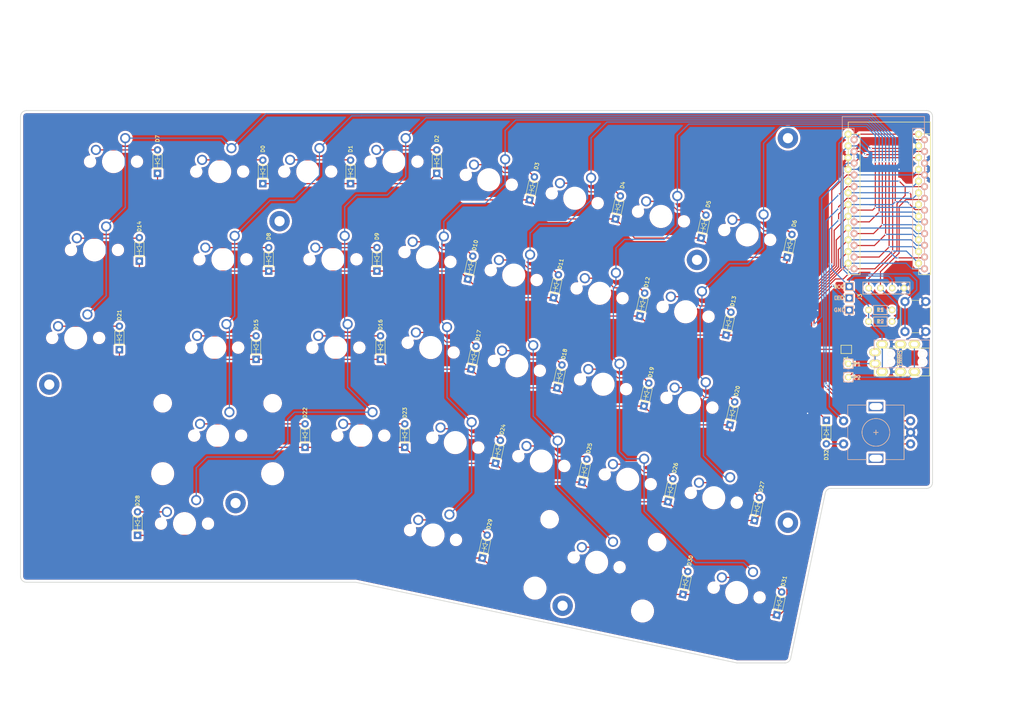
<source format=kicad_pcb>
(kicad_pcb (version 20171130) (host pcbnew "(5.1.6)-1")
  (layers (0 F.Cu signal) (31 B.Cu signal) (34 B.Paste user hide) (35 F.Paste user) (36 B.SilkS user) (37 F.SilkS user) (38 B.Mask user) (39 F.Mask user) (44 Edge.Cuts user))
  (net 0 "")
  (net 1 row0)
  (net 2 "Net-(D0-Pad2)")
  (net 3 "Net-(D1-Pad2)")
  (net 4 "Net-(D2-Pad2)")
  (net 5 "Net-(D3-Pad2)")
  (net 6 "Net-(D4-Pad2)")
  (net 7 "Net-(D5-Pad2)")
  (net 8 "Net-(D6-Pad2)")
  (net 9 "Net-(D7-Pad2)")
  (net 10 row1)
  (net 11 "Net-(D8-Pad2)")
  (net 12 "Net-(D9-Pad2)")
  (net 13 "Net-(D10-Pad2)")
  (net 14 "Net-(D11-Pad2)")
  (net 15 "Net-(D12-Pad2)")
  (net 16 "Net-(D13-Pad2)")
  (net 17 row2)
  (net 18 "Net-(D14-Pad2)")
  (net 19 "Net-(D15-Pad2)")
  (net 20 "Net-(D16-Pad2)")
  (net 21 "Net-(D17-Pad2)")
  (net 22 "Net-(D18-Pad2)")
  (net 23 "Net-(D19-Pad2)")
  (net 24 "Net-(D20-Pad2)")
  (net 25 row3)
  (net 26 "Net-(D21-Pad2)")
  (net 27 "Net-(D22-Pad2)")
  (net 28 "Net-(D23-Pad2)")
  (net 29 "Net-(D24-Pad2)")
  (net 30 "Net-(D25-Pad2)")
  (net 31 "Net-(D26-Pad2)")
  (net 32 "Net-(D27-Pad2)")
  (net 33 row4)
  (net 34 "Net-(D28-Pad2)")
  (net 35 "Net-(D29-Pad2)")
  (net 36 "Net-(D30-Pad2)")
  (net 37 "Net-(D31-Pad2)")
  (net 38 SW32B)
  (net 39 GND)
  (net 40 LED)
  (net 41 VCC)
  (net 42 /i2c_c)
  (net 43 /i2c_d)
  (net 44 SCL)
  (net 45 SDA)
  (net 46 RESET)
  (net 47 SW32A)
  (net 48 col5)
  (net 49 col4)
  (net 50 col3)
  (net 51 col2)
  (net 52 col1)
  (net 53 col0)
  (net 54 ENCA)
  (net 55 ENCB)
  (net 56 "Net-(U1-Pad24)")
  (net 57 DATA)
  (module cftkb:MountingHole_2.2mm_M2_Pad (layer F.Cu) (at 151.638 150.368)
    (fp_text reference TH7)
    (fp_text value HOLE)
    (pad 1 thru_hole circle (at 0 0) (size 4.4 4.4) (drill 2.2) (layers *.Cu *.Mask))
  )
  (module cftkb:MountingHole_2.2mm_M2_Pad (layer B.Cu) (at 40.513004 102.489003)
    (fp_text reference TH2)
    (fp_text value HOLE)
    (pad 1 thru_hole circle (at 0 0) (size 4.4 4.4) (drill 2.2) (layers *.Cu *.Mask))
  )
  (module cftkb:SW_Cherry_MX1A_1.00u_PCB-NOSCREEN (layer F.Cu) (at 192.8495 143.0655 348)
    (fp_text reference SW31)
    (fp_text value SW_PUSH)
    (pad 1 thru_hole circle (at 0 0 348) (size 2.2 2.2) (drill 1.5) (layers *.Cu *.Mask) (net 52 col1))
    (pad 2 thru_hole circle (at -6.35 2.54 348) (size 2.2 2.2) (drill 1.5) (layers *.Cu *.Mask) (net 37 "Net-(D31-Pad2)"))
    (pad "" np_thru_hole circle (at -2.54 5.08 348) (size 4 4) (drill 4) (layers *.Cu *.Mask))
    (pad "" np_thru_hole circle (at -7.62 5.08 348) (size 1.7 1.7) (drill 1.7) (layers *.Cu *.Mask))
    (pad "" np_thru_hole circle (at 2.54 5.08 348) (size 1.7 1.7) (drill 1.7) (layers *.Cu *.Mask))
  )
  (module cftkb:MountingHole_2.2mm_M2_Pad (layer F.Cu) (at 200.406 49.149006)
    (fp_text reference TH1)
    (fp_text value HOLE)
    (pad 1 thru_hole circle (at 0 0) (size 4.4 4.4) (drill 2.2) (layers *.Cu *.Mask))
  )
  (module cftkb:MountingHole_2.2mm_M2_Pad (layer F.Cu) (at 180.721 75.5015)
    (fp_text reference TH6)
    (fp_text value HOLE)
    (pad 1 thru_hole circle (at 0 0) (size 4.4 4.4) (drill 2.2) (layers *.Cu *.Mask))
  )
  (module cftkb:MountingHole_2.2mm_M2_Pad (layer F.Cu) (at 90.360504 67.1195)
    (fp_text reference TH3)
    (fp_text value HOLE)
    (pad 1 thru_hole circle (at 0 0) (size 4.4 4.4) (drill 2.2) (layers *.Cu *.Mask))
  )
  (module cftkb:MountingHole_2.2mm_M2_Pad (layer F.Cu) (at 80.835496 128.142993)
    (fp_text reference TH4)
    (fp_text value HOLE)
    (pad 1 thru_hole circle (at 0 0) (size 4.4 4.4) (drill 2.2) (layers *.Cu *.Mask))
  )
  (module cftkb:MountingHole_2.2mm_M2_Pad (layer F.Cu) (at 200.405991 132.397505)
    (fp_text reference TH5)
    (fp_text value HOLE)
    (pad 1 thru_hole circle (at 0 0) (size 4.4 4.4) (drill 2.2) (layers *.Cu *.Mask))
  )
  (module SofleKeyboard-footprint:ProMicro (layer F.Cu) (at 222.262684 63.0555)
    (fp_text reference U1 hide)
    (fp_text value ProMicro hide)
    (pad 24 thru_hole circle (at 6.42 -14.77) (size 1.524 1.524) (drill 0.8128) (layers *.Cu *.Mask F.SilkS) (net 56 "Net-(U1-Pad24)"))
    (pad 23 thru_hole circle (at 6.42 -12.23) (size 1.524 1.524) (drill 0.8128) (layers *.Cu *.Mask F.SilkS) (net 39 GND))
    (pad 22 thru_hole circle (at 6.42 -9.69) (size 1.524 1.524) (drill 0.8128) (layers *.Cu *.Mask F.SilkS) (net 46 RESET))
    (pad 21 thru_hole circle (at 6.42 -7.15) (size 1.524 1.524) (drill 0.8128) (layers *.Cu *.Mask F.SilkS) (net 41 VCC))
    (pad 20 thru_hole circle (at 6.42 -4.61) (size 1.524 1.524) (drill 0.8128) (layers *.Cu *.Mask F.SilkS) (net 54 ENCA))
    (pad 19 thru_hole circle (at 6.42 -2.07) (size 1.524 1.524) (drill 0.8128) (layers *.Cu *.Mask F.SilkS) (net 55 ENCB))
    (pad 18 thru_hole circle (at 6.42 0.47) (size 1.524 1.524) (drill 0.8128) (layers *.Cu *.Mask F.SilkS) (net 53 col0))
    (pad 17 thru_hole circle (at 6.42 3.01) (size 1.524 1.524) (drill 0.8128) (layers *.Cu *.Mask F.SilkS) (net 52 col1))
    (pad 16 thru_hole circle (at 6.42 5.55) (size 1.524 1.524) (drill 0.8128) (layers *.Cu *.Mask F.SilkS) (net 51 col2))
    (pad 15 thru_hole circle (at 6.42 8.09) (size 1.524 1.524) (drill 0.8128) (layers *.Cu *.Mask F.SilkS) (net 50 col3))
    (pad 14 thru_hole circle (at 6.42 10.63) (size 1.524 1.524) (drill 0.8128) (layers *.Cu *.Mask F.SilkS) (net 49 col4))
    (pad 13 thru_hole circle (at 6.42 13.17) (size 1.524 1.524) (drill 0.8128) (layers *.Cu *.Mask F.SilkS) (net 48 col5))
    (pad 12 thru_hole circle (at -8.82 13.17) (size 1.524 1.524) (drill 0.8128) (layers *.Cu *.Mask F.SilkS) (net 33 row4))
    (pad 11 thru_hole circle (at -8.82 10.63) (size 1.524 1.524) (drill 0.8128) (layers *.Cu *.Mask F.SilkS) (net 25 row3))
    (pad 10 thru_hole circle (at -8.82 8.09) (size 1.524 1.524) (drill 0.8128) (layers *.Cu *.Mask F.SilkS) (net 17 row2))
    (pad 9 thru_hole circle (at -8.82 5.55) (size 1.524 1.524) (drill 0.8128) (layers *.Cu *.Mask F.SilkS) (net 10 row1))
    (pad 8 thru_hole circle (at -8.82 3.01) (size 1.524 1.524) (drill 0.8128) (layers *.Cu *.Mask F.SilkS) (net 1 row0))
    (pad 7 thru_hole circle (at -8.82 0.47) (size 1.524 1.524) (drill 0.8128) (layers *.Cu *.Mask F.SilkS) (net 47 SW32A))
    (pad 6 thru_hole circle (at -8.82 -2.07) (size 1.524 1.524) (drill 0.8128) (layers *.Cu *.Mask F.SilkS) (net 44 SCL))
    (pad 5 thru_hole circle (at -8.82 -4.61) (size 1.524 1.524) (drill 0.8128) (layers *.Cu *.Mask F.SilkS) (net 45 SDA))
    (pad 4 thru_hole circle (at -8.82 -7.15) (size 1.524 1.524) (drill 0.8128) (layers *.Cu *.Mask F.SilkS) (net 39 GND))
    (pad 3 thru_hole circle (at -8.82 -9.69) (size 1.524 1.524) (drill 0.8128) (layers *.Cu *.Mask F.SilkS) (net 39 GND))
    (pad 2 thru_hole circle (at -8.82 -12.23) (size 1.524 1.524) (drill 0.8128) (layers *.Cu *.Mask F.SilkS) (net 57 DATA))
    (pad 1 thru_hole circle (at -8.82 -14.77) (size 1.524 1.524) (drill 0.8128) (layers *.Cu *.Mask F.SilkS) (net 40 LED))
    (pad 5 thru_hole circle (at 7.718815 -3.414255 180) (size 1.524 1.524) (drill 0.8128) (layers *.Cu *.Mask B.SilkS) (net 45 SDA))
    (pad 7 thru_hole circle (at 7.718815 1.665745 180) (size 1.524 1.524) (drill 0.8128) (layers *.Cu *.Mask B.SilkS) (net 47 SW32A))
    (pad 24 thru_hole circle (at -7.521185 -13.574255 180) (size 1.524 1.524) (drill 0.8128) (layers *.Cu *.Mask B.SilkS) (net 56 "Net-(U1-Pad24)"))
    (pad 2 thru_hole circle (at 7.718815 -11.034255 180) (size 1.524 1.524) (drill 0.8128) (layers *.Cu *.Mask B.SilkS) (net 57 DATA))
    (pad 11 thru_hole circle (at 7.718815 11.825745 180) (size 1.524 1.524) (drill 0.8128) (layers *.Cu *.Mask B.SilkS) (net 25 row3))
    (pad 13 thru_hole circle (at -7.521185 14.365745 180) (size 1.524 1.524) (drill 0.8128) (layers *.Cu *.Mask B.SilkS) (net 48 col5))
    (pad 8 thru_hole circle (at 7.718815 4.205745 180) (size 1.524 1.524) (drill 0.8128) (layers *.Cu *.Mask B.SilkS) (net 1 row0))
    (pad 9 thru_hole circle (at 7.718815 6.745745 180) (size 1.524 1.524) (drill 0.8128) (layers *.Cu *.Mask B.SilkS) (net 10 row1))
    (pad 17 thru_hole circle (at -7.521185 4.205745 180) (size 1.524 1.524) (drill 0.8128) (layers *.Cu *.Mask B.SilkS) (net 52 col1))
    (pad 15 thru_hole circle (at -7.521185 9.285745 180) (size 1.524 1.524) (drill 0.8128) (layers *.Cu *.Mask B.SilkS) (net 50 col3))
    (pad 20 thru_hole circle (at -7.521185 -3.414255 180) (size 1.524 1.524) (drill 0.8128) (layers *.Cu *.Mask B.SilkS) (net 54 ENCA))
    (pad 21 thru_hole circle (at -7.521185 -5.954255 180) (size 1.524 1.524) (drill 0.8128) (layers *.Cu *.Mask B.SilkS) (net 41 VCC))
    (pad 23 thru_hole circle (at -7.521185 -11.034255 180) (size 1.524 1.524) (drill 0.8128) (layers *.Cu *.Mask B.SilkS) (net 39 GND))
    (pad 19 thru_hole circle (at -7.521185 -0.874255 180) (size 1.524 1.524) (drill 0.8128) (layers *.Cu *.Mask B.SilkS) (net 55 ENCB))
    (pad 12 thru_hole circle (at 7.718815 14.365745 180) (size 1.524 1.524) (drill 0.8128) (layers *.Cu *.Mask B.SilkS) (net 33 row4))
    (pad 16 thru_hole circle (at -7.521185 6.745745 180) (size 1.524 1.524) (drill 0.8128) (layers *.Cu *.Mask B.SilkS) (net 51 col2))
    (pad 1 thru_hole circle (at 7.718815 -13.574255 180) (size 1.524 1.524) (drill 0.8128) (layers *.Cu *.Mask B.SilkS) (net 40 LED))
    (pad 3 thru_hole circle (at 7.718815 -8.494255 180) (size 1.524 1.524) (drill 0.8128) (layers *.Cu *.Mask B.SilkS) (net 39 GND))
    (pad 14 thru_hole circle (at -7.521185 11.825745 180) (size 1.524 1.524) (drill 0.8128) (layers *.Cu *.Mask B.SilkS) (net 49 col4))
    (pad 4 thru_hole circle (at 7.718815 -5.954255 180) (size 1.524 1.524) (drill 0.8128) (layers *.Cu *.Mask B.SilkS) (net 39 GND))
    (pad 6 thru_hole circle (at 7.718815 -0.874255 180) (size 1.524 1.524) (drill 0.8128) (layers *.Cu *.Mask B.SilkS) (net 44 SCL))
    (pad 18 thru_hole circle (at -7.521185 1.665745 180) (size 1.524 1.524) (drill 0.8128) (layers *.Cu *.Mask B.SilkS) (net 53 col0))
    (pad 10 thru_hole circle (at 7.718815 9.285745 180) (size 1.524 1.524) (drill 0.8128) (layers *.Cu *.Mask B.SilkS) (net 17 row2))
    (pad 22 thru_hole circle (at -7.521185 -8.494255 180) (size 1.524 1.524) (drill 0.8128) (layers *.Cu *.Mask B.SilkS) (net 46 RESET))
  )
  (module cftkb:D_DO-35_SOD27_P5.08mm_Horizontal (layer F.Cu) (at 208.7245 108.966 270)
    (fp_text reference D32 (at 8.77 0 90) (layer F.SilkS) (effects (font (size 0.8 0.8))))
    (fp_text value D)
    (pad 2 thru_hole oval (at 6.35 0 270) (size 1.6 1.6) (drill 0.8) (layers *.Cu *.Mask) (net 38 SW32B))
    (pad 1 thru_hole rect (at 1.27 0 270) (size 1.6 1.6) (drill 0.8) (layers *.Cu *.Mask) (net 33 row4))
  )
  (module cftkb:D_DO-35_SOD27_P5.08mm_Horizontal (layer F.Cu) (at 197.739 153.6065 78)
    (fp_text reference D31 (at 8.77 0 78) (layer F.SilkS) (effects (font (size 0.8 0.8))))
    (fp_text value D)
    (pad 2 thru_hole oval (at 6.35 0 78) (size 1.6 1.6) (drill 0.8) (layers *.Cu *.Mask) (net 37 "Net-(D31-Pad2)"))
    (pad 1 thru_hole rect (at 1.27 0 78) (size 1.6 1.6) (drill 0.8) (layers *.Cu *.Mask) (net 33 row4))
  )
  (module cftkb:D_DO-35_SOD27_P5.08mm_Horizontal (layer F.Cu) (at 177.419 149.1615 78)
    (fp_text reference D30 (at 8.77 0 78) (layer F.SilkS) (effects (font (size 0.8 0.8))))
    (fp_text value D)
    (pad 2 thru_hole oval (at 6.35 0 78) (size 1.6 1.6) (drill 0.8) (layers *.Cu *.Mask) (net 36 "Net-(D30-Pad2)"))
    (pad 1 thru_hole rect (at 1.27 0 78) (size 1.6 1.6) (drill 0.8) (layers *.Cu *.Mask) (net 33 row4))
  )
  (module cftkb:D_DO-35_SOD27_P5.08mm_Horizontal (layer F.Cu) (at 133.985 141.2875 78)
    (fp_text reference D29 (at 8.77 0 78) (layer F.SilkS) (effects (font (size 0.8 0.8))))
    (fp_text value D)
    (pad 2 thru_hole oval (at 6.35 0 78) (size 1.6 1.6) (drill 0.8) (layers *.Cu *.Mask) (net 35 "Net-(D29-Pad2)"))
    (pad 1 thru_hole rect (at 1.27 0 78) (size 1.6 1.6) (drill 0.8) (layers *.Cu *.Mask) (net 33 row4))
  )
  (module cftkb:D_DO-35_SOD27_P5.08mm_Horizontal (layer F.Cu) (at 59.6265 136.398 90)
    (fp_text reference D28 (at 8.77 0 90) (layer F.SilkS) (effects (font (size 0.8 0.8))))
    (fp_text value D)
    (pad 2 thru_hole oval (at 6.35 0 90) (size 1.6 1.6) (drill 0.8) (layers *.Cu *.Mask) (net 34 "Net-(D28-Pad2)"))
    (pad 1 thru_hole rect (at 1.27 0 90) (size 1.6 1.6) (drill 0.8) (layers *.Cu *.Mask) (net 33 row4))
  )
  (module cftkb:D_DO-35_SOD27_P5.08mm_Horizontal (layer F.Cu) (at 192.913 133.1595 78)
    (fp_text reference D27 (at 8.77 0 78) (layer F.SilkS) (effects (font (size 0.8 0.8))))
    (fp_text value D)
    (pad 2 thru_hole oval (at 6.35 0 78) (size 1.6 1.6) (drill 0.8) (layers *.Cu *.Mask) (net 32 "Net-(D27-Pad2)"))
    (pad 1 thru_hole rect (at 1.27 0 78) (size 1.6 1.6) (drill 0.8) (layers *.Cu *.Mask) (net 25 row3))
  )
  (module cftkb:D_DO-35_SOD27_P5.08mm_Horizontal (layer F.Cu) (at 174.1805 129.0955 78)
    (fp_text reference D26 (at 8.77 0 78) (layer F.SilkS) (effects (font (size 0.8 0.8))))
    (fp_text value D)
    (pad 2 thru_hole oval (at 6.35 0 78) (size 1.6 1.6) (drill 0.8) (layers *.Cu *.Mask) (net 31 "Net-(D26-Pad2)"))
    (pad 1 thru_hole rect (at 1.27 0 78) (size 1.6 1.6) (drill 0.8) (layers *.Cu *.Mask) (net 25 row3))
  )
  (module cftkb:D_DO-35_SOD27_P5.08mm_Horizontal (layer F.Cu) (at 155.575 124.841 78)
    (fp_text reference D25 (at 8.77 0 78) (layer F.SilkS) (effects (font (size 0.8 0.8))))
    (fp_text value D)
    (pad 2 thru_hole oval (at 6.35 0 78) (size 1.6 1.6) (drill 0.8) (layers *.Cu *.Mask) (net 30 "Net-(D25-Pad2)"))
    (pad 1 thru_hole rect (at 1.27 0 78) (size 1.6 1.6) (drill 0.8) (layers *.Cu *.Mask) (net 25 row3))
  )
  (module cftkb:D_DO-35_SOD27_P5.08mm_Horizontal (layer F.Cu) (at 136.8425 120.777 78)
    (fp_text reference D24 (at 8.77 0 78) (layer F.SilkS) (effects (font (size 0.8 0.8))))
    (fp_text value D)
    (pad 2 thru_hole oval (at 6.35 0 78) (size 1.6 1.6) (drill 0.8) (layers *.Cu *.Mask) (net 29 "Net-(D24-Pad2)"))
    (pad 1 thru_hole rect (at 1.27 0 78) (size 1.6 1.6) (drill 0.8) (layers *.Cu *.Mask) (net 25 row3))
  )
  (module cftkb:D_DO-35_SOD27_P5.08mm_Horizontal (layer F.Cu) (at 117.475 117.348 90)
    (fp_text reference D23 (at 8.77 0 90) (layer F.SilkS) (effects (font (size 0.8 0.8))))
    (fp_text value D)
    (pad 2 thru_hole oval (at 6.35 0 90) (size 1.6 1.6) (drill 0.8) (layers *.Cu *.Mask) (net 28 "Net-(D23-Pad2)"))
    (pad 1 thru_hole rect (at 1.27 0 90) (size 1.6 1.6) (drill 0.8) (layers *.Cu *.Mask) (net 25 row3))
  )
  (module cftkb:D_DO-35_SOD27_P5.08mm_Horizontal (layer F.Cu) (at 95.885 117.348 90)
    (fp_text reference D22 (at 8.77 0 90) (layer F.SilkS) (effects (font (size 0.8 0.8))))
    (fp_text value D)
    (pad 2 thru_hole oval (at 6.35 0 90) (size 1.6 1.6) (drill 0.8) (layers *.Cu *.Mask) (net 27 "Net-(D22-Pad2)"))
    (pad 1 thru_hole rect (at 1.27 0 90) (size 1.6 1.6) (drill 0.8) (layers *.Cu *.Mask) (net 25 row3))
  )
  (module cftkb:D_DO-35_SOD27_P5.08mm_Horizontal (layer F.Cu) (at 55.6895 96.2025 90)
    (fp_text reference D21 (at 8.77 0 90) (layer F.SilkS) (effects (font (size 0.8 0.8))))
    (fp_text value D)
    (pad 2 thru_hole oval (at 6.35 0 90) (size 1.6 1.6) (drill 0.8) (layers *.Cu *.Mask) (net 26 "Net-(D21-Pad2)"))
    (pad 1 thru_hole rect (at 1.27 0 90) (size 1.6 1.6) (drill 0.8) (layers *.Cu *.Mask) (net 25 row3))
  )
  (module cftkb:D_DO-35_SOD27_P5.08mm_Horizontal (layer F.Cu) (at 187.579 112.4585 78)
    (fp_text reference D20 (at 8.77 0 78) (layer F.SilkS) (effects (font (size 0.8 0.8))))
    (fp_text value D)
    (pad 2 thru_hole oval (at 6.35 0 78) (size 1.6 1.6) (drill 0.8) (layers *.Cu *.Mask) (net 24 "Net-(D20-Pad2)"))
    (pad 1 thru_hole rect (at 1.27 0 78) (size 1.6 1.6) (drill 0.8) (layers *.Cu *.Mask) (net 17 row2))
  )
  (module cftkb:D_DO-35_SOD27_P5.08mm_Horizontal (layer F.Cu) (at 168.9735 108.3945 78)
    (fp_text reference D19 (at 8.77 0 78) (layer F.SilkS) (effects (font (size 0.8 0.8))))
    (fp_text value D)
    (pad 2 thru_hole oval (at 6.35 0 78) (size 1.6 1.6) (drill 0.8) (layers *.Cu *.Mask) (net 23 "Net-(D19-Pad2)"))
    (pad 1 thru_hole rect (at 1.27 0 78) (size 1.6 1.6) (drill 0.8) (layers *.Cu *.Mask) (net 17 row2))
  )
  (module cftkb:D_DO-35_SOD27_P5.08mm_Horizontal (layer F.Cu) (at 150.1775 104.4575 78)
    (fp_text reference D18 (at 8.77 0 78) (layer F.SilkS) (effects (font (size 0.8 0.8))))
    (fp_text value D)
    (pad 2 thru_hole oval (at 6.35 0 78) (size 1.6 1.6) (drill 0.8) (layers *.Cu *.Mask) (net 22 "Net-(D18-Pad2)"))
    (pad 1 thru_hole rect (at 1.27 0 78) (size 1.6 1.6) (drill 0.8) (layers *.Cu *.Mask) (net 17 row2))
  )
  (module cftkb:D_DO-35_SOD27_P5.08mm_Horizontal (layer F.Cu) (at 131.572 100.3935 78)
    (fp_text reference D17 (at 8.77 0 78) (layer F.SilkS) (effects (font (size 0.8 0.8))))
    (fp_text value D)
    (pad 2 thru_hole oval (at 6.35 0 78) (size 1.6 1.6) (drill 0.8) (layers *.Cu *.Mask) (net 21 "Net-(D17-Pad2)"))
    (pad 1 thru_hole rect (at 1.27 0 78) (size 1.6 1.6) (drill 0.8) (layers *.Cu *.Mask) (net 17 row2))
  )
  (module cftkb:D_DO-35_SOD27_P5.08mm_Horizontal (layer F.Cu) (at 112.2045 98.298 90)
    (fp_text reference D16 (at 8.77 0 90) (layer F.SilkS) (effects (font (size 0.8 0.8))))
    (fp_text value D)
    (pad 2 thru_hole oval (at 6.35 0 90) (size 1.6 1.6) (drill 0.8) (layers *.Cu *.Mask) (net 20 "Net-(D16-Pad2)"))
    (pad 1 thru_hole rect (at 1.27 0 90) (size 1.6 1.6) (drill 0.8) (layers *.Cu *.Mask) (net 17 row2))
  )
  (module cftkb:D_DO-35_SOD27_P5.08mm_Horizontal (layer F.Cu) (at 85.2805 98.298 90)
    (fp_text reference D15 (at 8.77 0 90) (layer F.SilkS) (effects (font (size 0.8 0.8))))
    (fp_text value D)
    (pad 2 thru_hole oval (at 6.35 0 90) (size 1.6 1.6) (drill 0.8) (layers *.Cu *.Mask) (net 19 "Net-(D15-Pad2)"))
    (pad 1 thru_hole rect (at 1.27 0 90) (size 1.6 1.6) (drill 0.8) (layers *.Cu *.Mask) (net 17 row2))
  )
  (module cftkb:D_DO-35_SOD27_P5.08mm_Horizontal (layer F.Cu) (at 60.0075 77.0255 90)
    (fp_text reference D14 (at 8.77 0 90) (layer F.SilkS) (effects (font (size 0.8 0.8))))
    (fp_text value D)
    (pad 2 thru_hole oval (at 6.35 0 90) (size 1.6 1.6) (drill 0.8) (layers *.Cu *.Mask) (net 18 "Net-(D14-Pad2)"))
    (pad 1 thru_hole rect (at 1.27 0 90) (size 1.6 1.6) (drill 0.8) (layers *.Cu *.Mask) (net 17 row2))
  )
  (module cftkb:D_DO-35_SOD27_P5.08mm_Horizontal (layer F.Cu) (at 186.7535 93.0275 78)
    (fp_text reference D13 (at 8.77 0 78) (layer F.SilkS) (effects (font (size 0.8 0.8))))
    (fp_text value D)
    (pad 2 thru_hole oval (at 6.35 0 78) (size 1.6 1.6) (drill 0.8) (layers *.Cu *.Mask) (net 16 "Net-(D13-Pad2)"))
    (pad 1 thru_hole rect (at 1.27 0 78) (size 1.6 1.6) (drill 0.8) (layers *.Cu *.Mask) (net 10 row1))
  )
  (module cftkb:D_DO-35_SOD27_P5.08mm_Horizontal (layer F.Cu) (at 168.0845 88.9 78)
    (fp_text reference D12 (at 8.77 0 78) (layer F.SilkS) (effects (font (size 0.8 0.8))))
    (fp_text value D)
    (pad 2 thru_hole oval (at 6.35 0 78) (size 1.6 1.6) (drill 0.8) (layers *.Cu *.Mask) (net 15 "Net-(D12-Pad2)"))
    (pad 1 thru_hole rect (at 1.27 0 78) (size 1.6 1.6) (drill 0.8) (layers *.Cu *.Mask) (net 10 row1))
  )
  (module cftkb:D_DO-35_SOD27_P5.08mm_Horizontal (layer F.Cu) (at 149.405452 84.935247 78)
    (fp_text reference D11 (at 8.77 0 78) (layer F.SilkS) (effects (font (size 0.8 0.8))))
    (fp_text value D)
    (pad 2 thru_hole oval (at 6.35 0 78) (size 1.6 1.6) (drill 0.8) (layers *.Cu *.Mask) (net 14 "Net-(D11-Pad2)"))
    (pad 1 thru_hole rect (at 1.27 0 78) (size 1.6 1.6) (drill 0.8) (layers *.Cu *.Mask) (net 10 row1))
  )
  (module cftkb:D_DO-35_SOD27_P5.08mm_Horizontal (layer F.Cu) (at 130.8735 80.899 78)
    (fp_text reference D10 (at 8.77 0 78) (layer F.SilkS) (effects (font (size 0.8 0.8))))
    (fp_text value D)
    (pad 2 thru_hole oval (at 6.35 0 78) (size 1.6 1.6) (drill 0.8) (layers *.Cu *.Mask) (net 13 "Net-(D10-Pad2)"))
    (pad 1 thru_hole rect (at 1.27 0 78) (size 1.6 1.6) (drill 0.8) (layers *.Cu *.Mask) (net 10 row1))
  )
  (module cftkb:D_DO-35_SOD27_P5.08mm_Horizontal (layer F.Cu) (at 111.4425 79.1845 90)
    (fp_text reference D9 (at 8.77 0 90) (layer F.SilkS) (effects (font (size 0.8 0.8))))
    (fp_text value D)
    (pad 1 thru_hole rect (at 1.27 0 90) (size 1.6 1.6) (drill 0.8) (layers *.Cu *.Mask) (net 10 row1))
    (pad 2 thru_hole oval (at 6.35 0 90) (size 1.6 1.6) (drill 0.8) (layers *.Cu *.Mask) (net 12 "Net-(D9-Pad2)"))
  )
  (module cftkb:D_DO-35_SOD27_P5.08mm_Horizontal (layer F.Cu) (at 88.011 79.1845 90)
    (fp_text reference D8 (at 8.77 0 90) (layer F.SilkS) (effects (font (size 0.8 0.8))))
    (fp_text value D)
    (pad 2 thru_hole oval (at 6.35 0 90) (size 1.6 1.6) (drill 0.8) (layers *.Cu *.Mask) (net 11 "Net-(D8-Pad2)"))
    (pad 1 thru_hole rect (at 1.27 0 90) (size 1.6 1.6) (drill 0.8) (layers *.Cu *.Mask) (net 10 row1))
  )
  (module cftkb:D_DO-35_SOD27_P5.08mm_Horizontal (layer F.Cu) (at 63.9445 58.039 90)
    (fp_text reference D7 (at 8.77 0 90) (layer F.SilkS) (effects (font (size 0.8 0.8))))
    (fp_text value D)
    (pad 2 thru_hole oval (at 6.35 0 90) (size 1.6 1.6) (drill 0.8) (layers *.Cu *.Mask) (net 9 "Net-(D7-Pad2)"))
    (pad 1 thru_hole rect (at 1.27 0 90) (size 1.6 1.6) (drill 0.8) (layers *.Cu *.Mask) (net 10 row1))
  )
  (module cftkb:D_DO-35_SOD27_P5.08mm_Horizontal (layer F.Cu) (at 199.9615 76.2 78)
    (fp_text reference D6 (at 8.77 0 78) (layer F.SilkS) (effects (font (size 0.8 0.8))))
    (fp_text value D)
    (pad 2 thru_hole oval (at 6.35 0 78) (size 1.6 1.6) (drill 0.8) (layers *.Cu *.Mask) (net 8 "Net-(D6-Pad2)"))
    (pad 1 thru_hole rect (at 1.27 0 78) (size 1.6 1.6) (drill 0.8) (layers *.Cu *.Mask) (net 1 row0))
  )
  (module cftkb:D_DO-35_SOD27_P5.08mm_Horizontal (layer F.Cu) (at 181.356 72.009 78)
    (fp_text reference D5 (at 8.77 0 78) (layer F.SilkS) (effects (font (size 0.8 0.8))))
    (fp_text value D)
    (pad 2 thru_hole oval (at 6.35 0 78) (size 1.6 1.6) (drill 0.8) (layers *.Cu *.Mask) (net 7 "Net-(D5-Pad2)"))
    (pad 1 thru_hole rect (at 1.27 0 78) (size 1.6 1.6) (drill 0.8) (layers *.Cu *.Mask) (net 1 row0))
  )
  (module cftkb:D_DO-35_SOD27_P5.08mm_Horizontal (layer F.Cu) (at 162.814 67.8815 78)
    (fp_text reference D4 (at 8.77 0 78) (layer F.SilkS) (effects (font (size 0.8 0.8))))
    (fp_text value D)
    (pad 2 thru_hole oval (at 6.35 0 78) (size 1.6 1.6) (drill 0.8) (layers *.Cu *.Mask) (net 6 "Net-(D4-Pad2)"))
    (pad 1 thru_hole rect (at 1.27 0 78) (size 1.6 1.6) (drill 0.8) (layers *.Cu *.Mask) (net 1 row0))
  )
  (module cftkb:D_DO-35_SOD27_P5.08mm_Horizontal (layer F.Cu) (at 144.2085 63.754 78)
    (fp_text reference D3 (at 8.77 0 78) (layer F.SilkS) (effects (font (size 0.8 0.8))))
    (fp_text value D)
    (pad 2 thru_hole oval (at 6.35 0 78) (size 1.6 1.6) (drill 0.8) (layers *.Cu *.Mask) (net 5 "Net-(D3-Pad2)"))
    (pad 1 thru_hole rect (at 1.27 0 78) (size 1.6 1.6) (drill 0.8) (layers *.Cu *.Mask) (net 1 row0))
  )
  (module cftkb:D_DO-35_SOD27_P5.08mm_Horizontal (layer F.Cu) (at 124.3965 58.039 90)
    (fp_text reference D2 (at 8.77 0 90) (layer F.SilkS) (effects (font (size 0.8 0.8))))
    (fp_text value D)
    (pad 2 thru_hole oval (at 6.35 0 90) (size 1.6 1.6) (drill 0.8) (layers *.Cu *.Mask) (net 4 "Net-(D2-Pad2)"))
    (pad 1 thru_hole rect (at 1.27 0 90) (size 1.6 1.6) (drill 0.8) (layers *.Cu *.Mask) (net 1 row0))
  )
  (module cftkb:D_DO-35_SOD27_P5.08mm_Horizontal (layer F.Cu) (at 105.7275 60.2615 90)
    (fp_text reference D1 (at 8.77 0 90) (layer F.SilkS) (effects (font (size 0.8 0.8))))
    (fp_text value D)
    (pad 2 thru_hole oval (at 6.35 0 90) (size 1.6 1.6) (drill 0.8) (layers *.Cu *.Mask) (net 3 "Net-(D1-Pad2)"))
    (pad 1 thru_hole rect (at 1.27 0 90) (size 1.6 1.6) (drill 0.8) (layers *.Cu *.Mask) (net 1 row0))
  )
  (module cftkb:D_DO-35_SOD27_P5.08mm_Horizontal (layer F.Cu) (at 86.741 60.2615 90)
    (fp_text reference D0 (at 8.77 0 90) (layer F.SilkS) (effects (font (size 0.8 0.8))))
    (fp_text value D)
    (pad 2 thru_hole oval (at 6.35 0 90) (size 1.6 1.6) (drill 0.8) (layers *.Cu *.Mask) (net 2 "Net-(D0-Pad2)"))
    (pad 1 thru_hole rect (at 1.27 0 90) (size 1.6 1.6) (drill 0.8) (layers *.Cu *.Mask) (net 1 row0))
  )
  (module cftkb:SW_Cherry_MX1A_1.75u_PCBNOSCREEN (layer F.Cu) (at 78.867 89.408)
    (fp_text reference SW15)
    (fp_text value SW_PUSH)
    (pad 1 thru_hole circle (at 0 0) (size 2.2 2.2) (drill 1.5) (layers *.Cu *.Mask) (net 48 col5))
    (pad 2 thru_hole circle (at -6.35 2.54) (size 2.2 2.2) (drill 1.5) (layers *.Cu *.Mask) (net 19 "Net-(D15-Pad2)"))
    (pad "" np_thru_hole circle (at -2.54 5.08) (size 4 4) (drill 4) (layers *.Cu *.Mask))
    (pad "" np_thru_hole circle (at -7.62 5.08) (size 1.7 1.7) (drill 1.7) (layers *.Cu *.Mask))
    (pad "" np_thru_hole circle (at 2.54 5.08) (size 1.7 1.7) (drill 1.7) (layers *.Cu *.Mask))
  )
  (module SofleKeyboard-footprint:LED (layer F.Cu) (at 213.677501 81.256501)
    (fp_text reference J1 hide)
    (fp_text value LED hide)
    (fp_text user VCC (at -2.2 0.1) (layer B.SilkS) (effects (font (size 0.8 0.8)) (justify mirror)))
    (fp_text user VCC (at -2.2 0.1) (layer F.SilkS) (effects (font (size 0.8 0.8))))
    (fp_text user GND (at -2.1 5.1) (layer F.SilkS) (effects (font (size 0.8 0.8))))
    (fp_text user LED (at -2.2 2.5) (layer B.SilkS) (effects (font (size 0.8 0.8)) (justify mirror)))
    (fp_text user LED (at -2.2 2.5 180) (layer F.SilkS) (effects (font (size 0.8 0.8))))
    (fp_text user GND (at -2.1 5.1) (layer B.SilkS) (effects (font (size 0.8 0.8)) (justify mirror)))
    (pad 3 thru_hole rect (at 0 5.1) (size 1.524 1.524) (drill 1) (layers *.Cu *.Mask) (net 39 GND))
    (pad 2 thru_hole rect (at 0 2.5) (size 1.524 1.524) (drill 1) (layers *.Cu *.Mask) (net 40 LED))
    (pad 1 thru_hole rect (at 0 0 90) (size 1.524 1.524) (drill 1) (layers *.Cu *.Mask) (net 41 VCC))
  )
  (module SofleKeyboard-footprint:MJ-4PP-9 (layer F.Cu) (at 231.0765 97.5995 270)
    (fp_text reference J2)
    (fp_text value 4PIN hide)
    (fp_text user TRRS (at -0.75 6.45 90) (layer F.SilkS))
    (fp_text user TRRS (at -0.8255 6.4135 90) (layer B.SilkS) (effects (justify mirror)))
    (pad 4 thru_hole oval (at -2.1 11.8 270) (size 1.7 2.5) (drill oval 1 1.5) (layers *.Cu *.Mask F.SilkS) (net 42 /i2c_c) (clearance 0.15))
    (pad 1 thru_hole oval (at 2.1 10.3 270) (size 1.7 2.5) (drill oval 1 1.5) (layers *.Cu *.Mask F.SilkS) (net 41 VCC) (clearance 0.15))
    (pad 2 thru_hole oval (at 2.1 6.3 270) (size 1.7 2.5) (drill oval 1 1.5) (layers *.Cu *.Mask F.SilkS) (net 39 GND))
    (pad 3 thru_hole oval (at 2.1 3.3 270) (size 1.7 2.5) (drill oval 1 1.5) (layers *.Cu *.Mask F.SilkS) (net 43 /i2c_d))
    (pad "" np_thru_hole circle (at 0 8.5 270) (size 1.2 1.2) (drill 1.2) (layers *.Cu *.Mask F.SilkS))
    (pad "" np_thru_hole circle (at 0 1.5 270) (size 1.2 1.2) (drill 1.2) (layers *.Cu *.Mask F.SilkS))
    (pad 2 thru_hole oval (at -3.85 6.3 270) (size 1.7 2.5) (drill oval 1 1.5) (layers *.Cu *.Mask F.SilkS) (net 39 GND))
    (pad 3 thru_hole oval (at -3.85 3.3 270) (size 1.7 2.5) (drill oval 1 1.5) (layers *.Cu *.Mask F.SilkS) (net 43 /i2c_d))
    (pad 4 thru_hole oval (at 0.35 11.8 270) (size 1.7 2.5) (drill oval 1 1.5) (layers *.Cu *.Mask F.SilkS) (net 42 /i2c_c) (clearance 0.15))
    (pad 1 thru_hole oval (at -3.85 10.3 270) (size 1.7 2.5) (drill oval 1 1.5) (layers *.Cu *.Mask F.SilkS) (net 41 VCC) (clearance 0.15))
    (pad "" np_thru_hole circle (at -1.75 1.5 270) (size 1.2 1.2) (drill 1.2) (layers *.Cu *.Mask F.SilkS))
    (pad "" np_thru_hole circle (at -1.75 8.5 270) (size 1.2 1.2) (drill 1.2) (layers *.Cu *.Mask F.SilkS))
  )
  (module SofleKeyboard-footprint:OLED_4Pin (layer F.Cu) (at 217.902091 81.5975)
    (fp_text reference J3 (at -1.915 1.93 90) (layer F.SilkS) (effects (font (size 0.8128 0.8128))))
    (fp_text value OLED hide)
    (pad 1 thru_hole circle (at 0 0) (size 1.397 1.397) (drill 0.8128) (layers *.Cu *.Mask F.SilkS) (net 45 SDA))
    (pad 2 thru_hole circle (at 2.54 0) (size 1.397 1.397) (drill 0.8128) (layers *.Cu *.Mask F.SilkS) (net 44 SCL))
    (pad 3 thru_hole circle (at 5.08 0) (size 1.397 1.397) (drill 0.8128) (layers *.Cu *.Mask F.SilkS) (net 41 VCC))
    (pad 4 thru_hole circle (at 7.62 0) (size 1.397 1.397) (drill 0.8128) (layers *.Cu *.Mask F.SilkS) (net 39 GND))
  )
  (module SofleKeyboard-footprint:1pin_conn (layer F.Cu) (at 213.487 97.9805)
    (fp_text reference P1 (at 1.9 0.1) (layer F.SilkS) (effects (font (size 0.8128 0.8128))))
    (fp_text value i2c_pin hide)
    (fp_text user P1 (at 1.8 0.1) (layer B.SilkS) (effects (font (size 0.8128 0.8128)) (justify mirror)))
    (pad 1 thru_hole circle (at 0 0) (size 1.397 1.397) (drill 0.8128) (layers *.Cu *.Mask F.SilkS) (net 42 /i2c_c))
  )
  (module SofleKeyboard-footprint:1pin_conn (layer F.Cu) (at 213.487 100.9015)
    (fp_text reference P2 (at 1.9 0.1) (layer F.SilkS) (effects (font (size 0.8128 0.8128))))
    (fp_text value i2c_pin hide)
    (fp_text user P1 (at 1.8 0.1) (layer B.SilkS) (effects (font (size 0.8128 0.8128)) (justify mirror)))
    (pad 1 thru_hole circle (at 0 0) (size 1.397 1.397) (drill 0.8128) (layers *.Cu *.Mask F.SilkS) (net 43 /i2c_d))
  )
  (module SofleKeyboard-footprint:RESISTOR_mini (layer F.Cu) (at 220.4085 86.337761)
    (fp_text reference R1 (at 0 0) (layer F.SilkS) (effects (font (size 0.8 0.8))))
    (fp_text value R hide)
    (fp_text user R1 (at 0 0) (layer B.SilkS) (effects (font (size 0.8 0.8)) (justify mirror)))
    (pad 2 thru_hole circle (at 2.54 0) (size 1.397 1.397) (drill 0.8128) (layers *.Cu *.Mask F.SilkS) (net 45 SDA))
    (pad 1 thru_hole circle (at -2.54 0) (size 1.397 1.397) (drill 0.8128) (layers *.Cu *.Mask F.SilkS) (net 41 VCC))
  )
  (module SofleKeyboard-footprint:RESISTOR_mini (layer F.Cu) (at 220.4085 88.8365)
    (fp_text reference R2 (at 0 0) (layer F.SilkS) (effects (font (size 0.8 0.8))))
    (fp_text value R hide)
    (fp_text user R1 (at 0 0) (layer B.SilkS) (effects (font (size 0.8 0.8)) (justify mirror)))
    (pad 1 thru_hole circle (at -2.54 0) (size 1.397 1.397) (drill 0.8128) (layers *.Cu *.Mask F.SilkS) (net 41 VCC))
    (pad 2 thru_hole circle (at 2.54 0) (size 1.397 1.397) (drill 0.8128) (layers *.Cu *.Mask F.SilkS) (net 44 SCL))
  )
  (module cftkb:SW_Cherry_MX1A_1.00u_PCB-NOSCREEN (layer F.Cu) (at 79.9465 51.308)
    (fp_text reference SW0)
    (fp_text value SW_PUSH)
    (pad "" np_thru_hole circle (at 2.54 5.08) (size 1.7 1.7) (drill 1.7) (layers *.Cu *.Mask))
    (pad "" np_thru_hole circle (at -7.62 5.08) (size 1.7 1.7) (drill 1.7) (layers *.Cu *.Mask))
    (pad "" np_thru_hole circle (at -2.54 5.08) (size 4 4) (drill 4) (layers *.Cu *.Mask))
    (pad 2 thru_hole circle (at -6.35 2.54) (size 2.2 2.2) (drill 1.5) (layers *.Cu *.Mask) (net 2 "Net-(D0-Pad2)"))
    (pad 1 thru_hole circle (at 0 0) (size 2.2 2.2) (drill 1.5) (layers *.Cu *.Mask) (net 47 SW32A))
  )
  (module cftkb:SW_Cherry_MX1A_1.00u_PCB-NOSCREEN (layer F.Cu) (at 98.9965 51.308)
    (fp_text reference SW1)
    (fp_text value SW_PUSH)
    (pad "" np_thru_hole circle (at 2.54 5.08) (size 1.7 1.7) (drill 1.7) (layers *.Cu *.Mask))
    (pad "" np_thru_hole circle (at -7.62 5.08) (size 1.7 1.7) (drill 1.7) (layers *.Cu *.Mask))
    (pad "" np_thru_hole circle (at -2.54 5.08) (size 4 4) (drill 4) (layers *.Cu *.Mask))
    (pad 2 thru_hole circle (at -6.35 2.54) (size 2.2 2.2) (drill 1.5) (layers *.Cu *.Mask) (net 3 "Net-(D1-Pad2)"))
    (pad 1 thru_hole circle (at 0 0) (size 2.2 2.2) (drill 1.5) (layers *.Cu *.Mask) (net 48 col5))
  )
  (module cftkb:SW_Cherry_MX1A_1.00u_PCB-NOSCREEN (layer F.Cu) (at 117.6655 49.149)
    (fp_text reference SW2)
    (fp_text value SW_PUSH)
    (pad 1 thru_hole circle (at 0 0) (size 2.2 2.2) (drill 1.5) (layers *.Cu *.Mask) (net 49 col4))
    (pad 2 thru_hole circle (at -6.35 2.54) (size 2.2 2.2) (drill 1.5) (layers *.Cu *.Mask) (net 4 "Net-(D2-Pad2)"))
    (pad "" np_thru_hole circle (at -2.54 5.08) (size 4 4) (drill 4) (layers *.Cu *.Mask))
    (pad "" np_thru_hole circle (at -7.62 5.08) (size 1.7 1.7) (drill 1.7) (layers *.Cu *.Mask))
    (pad "" np_thru_hole circle (at 2.54 5.08) (size 1.7 1.7) (drill 1.7) (layers *.Cu *.Mask))
  )
  (module cftkb:SW_Cherry_MX1A_1.00u_PCB-NOSCREEN (layer F.Cu) (at 139.192 53.721 348)
    (fp_text reference SW3)
    (fp_text value SW_PUSH)
    (pad "" np_thru_hole circle (at 2.54 5.08 348) (size 1.7 1.7) (drill 1.7) (layers *.Cu *.Mask))
    (pad "" np_thru_hole circle (at -7.62 5.08 348) (size 1.7 1.7) (drill 1.7) (layers *.Cu *.Mask))
    (pad "" np_thru_hole circle (at -2.54 5.08 348) (size 4 4) (drill 4) (layers *.Cu *.Mask))
    (pad 2 thru_hole circle (at -6.35 2.54 348) (size 2.2 2.2) (drill 1.5) (layers *.Cu *.Mask) (net 5 "Net-(D3-Pad2)"))
    (pad 1 thru_hole circle (at 0 0 348) (size 2.2 2.2) (drill 1.5) (layers *.Cu *.Mask) (net 50 col3))
  )
  (module cftkb:SW_Cherry_MX1A_1.00u_PCB-NOSCREEN (layer F.Cu) (at 157.7975 57.7215 348)
    (fp_text reference SW4)
    (fp_text value SW_PUSH)
    (pad "" np_thru_hole circle (at 2.54 5.08 348) (size 1.7 1.7) (drill 1.7) (layers *.Cu *.Mask))
    (pad "" np_thru_hole circle (at -7.62 5.08 348) (size 1.7 1.7) (drill 1.7) (layers *.Cu *.Mask))
    (pad "" np_thru_hole circle (at -2.54 5.08 348) (size 4 4) (drill 4) (layers *.Cu *.Mask))
    (pad 2 thru_hole circle (at -6.35 2.54 348) (size 2.2 2.2) (drill 1.5) (layers *.Cu *.Mask) (net 6 "Net-(D4-Pad2)"))
    (pad 1 thru_hole circle (at 0 0 348) (size 2.2 2.2) (drill 1.5) (layers *.Cu *.Mask) (net 51 col2))
  )
  (module cftkb:SW_Cherry_MX1A_1.00u_PCB-NOSCREEN (layer F.Cu) (at 176.4665 61.6585 348)
    (fp_text reference SW5)
    (fp_text value SW_PUSH)
    (pad 1 thru_hole circle (at 0 0 348) (size 2.2 2.2) (drill 1.5) (layers *.Cu *.Mask) (net 52 col1))
    (pad 2 thru_hole circle (at -6.35 2.54 348) (size 2.2 2.2) (drill 1.5) (layers *.Cu *.Mask) (net 7 "Net-(D5-Pad2)"))
    (pad "" np_thru_hole circle (at -2.54 5.08 348) (size 4 4) (drill 4) (layers *.Cu *.Mask))
    (pad "" np_thru_hole circle (at -7.62 5.08 348) (size 1.7 1.7) (drill 1.7) (layers *.Cu *.Mask))
    (pad "" np_thru_hole circle (at 2.54 5.08 348) (size 1.7 1.7) (drill 1.7) (layers *.Cu *.Mask))
  )
  (module cftkb:SW_Cherry_MX1A_1.00u_PCB-NOSCREEN (layer F.Cu) (at 195.1355 65.659 348)
    (fp_text reference SW6)
    (fp_text value SW_PUSH)
    (pad 1 thru_hole circle (at 0 0 348) (size 2.2 2.2) (drill 1.5) (layers *.Cu *.Mask) (net 53 col0))
    (pad 2 thru_hole circle (at -6.35 2.54 348) (size 2.2 2.2) (drill 1.5) (layers *.Cu *.Mask) (net 8 "Net-(D6-Pad2)"))
    (pad "" np_thru_hole circle (at -2.54 5.08 348) (size 4 4) (drill 4) (layers *.Cu *.Mask))
    (pad "" np_thru_hole circle (at -7.62 5.08 348) (size 1.7 1.7) (drill 1.7) (layers *.Cu *.Mask))
    (pad "" np_thru_hole circle (at 2.54 5.08 348) (size 1.7 1.7) (drill 1.7) (layers *.Cu *.Mask))
  )
  (module cftkb:SW_Cherry_MX1A_1.00u_PCB-NOSCREEN (layer F.Cu) (at 56.9595 49.149)
    (fp_text reference SW7)
    (fp_text value SW_PUSH)
    (pad 1 thru_hole circle (at 0 0) (size 2.2 2.2) (drill 1.5) (layers *.Cu *.Mask) (net 47 SW32A))
    (pad 2 thru_hole circle (at -6.35 2.54) (size 2.2 2.2) (drill 1.5) (layers *.Cu *.Mask) (net 9 "Net-(D7-Pad2)"))
    (pad "" np_thru_hole circle (at -2.54 5.08) (size 4 4) (drill 4) (layers *.Cu *.Mask))
    (pad "" np_thru_hole circle (at -7.62 5.08) (size 1.7 1.7) (drill 1.7) (layers *.Cu *.Mask))
    (pad "" np_thru_hole circle (at 2.54 5.08) (size 1.7 1.7) (drill 1.7) (layers *.Cu *.Mask))
  )
  (module cftkb:SW_Cherry_MX1A_1.50u_PCBNOSCREEN (layer F.Cu) (at 80.645 70.2945)
    (fp_text reference SW8)
    (fp_text value SW_PUSH)
    (pad "" np_thru_hole circle (at 2.54 5.08) (size 1.7 1.7) (drill 1.7) (layers *.Cu *.Mask))
    (pad "" np_thru_hole circle (at -7.62 5.08) (size 1.7 1.7) (drill 1.7) (layers *.Cu *.Mask))
    (pad "" np_thru_hole circle (at -2.54 5.08) (size 4 4) (drill 4) (layers *.Cu *.Mask))
    (pad 2 thru_hole circle (at -6.35 2.54) (size 2.2 2.2) (drill 1.5) (layers *.Cu *.Mask) (net 11 "Net-(D8-Pad2)"))
    (pad 1 thru_hole circle (at 0 0) (size 2.2 2.2) (drill 1.5) (layers *.Cu *.Mask) (net 48 col5))
  )
  (module cftkb:SW_Cherry_MX1A_1.00u_PCB-NOSCREEN (layer F.Cu) (at 104.4575 70.2945)
    (fp_text reference SW9)
    (fp_text value SW_PUSH)
    (pad "" np_thru_hole circle (at 2.54 5.08) (size 1.7 1.7) (drill 1.7) (layers *.Cu *.Mask))
    (pad "" np_thru_hole circle (at -7.62 5.08) (size 1.7 1.7) (drill 1.7) (layers *.Cu *.Mask))
    (pad "" np_thru_hole circle (at -2.54 5.08) (size 4 4) (drill 4) (layers *.Cu *.Mask))
    (pad 2 thru_hole circle (at -6.35 2.54) (size 2.2 2.2) (drill 1.5) (layers *.Cu *.Mask) (net 12 "Net-(D9-Pad2)"))
    (pad 1 thru_hole circle (at 0 0) (size 2.2 2.2) (drill 1.5) (layers *.Cu *.Mask) (net 49 col4))
  )
  (module cftkb:SW_Cherry_MX1A_1.00u_PCB-NOSCREEN (layer F.Cu) (at 125.9205 70.4215 348)
    (fp_text reference SW10)
    (fp_text value SW_PUSH)
    (pad 1 thru_hole circle (at 0 0 348) (size 2.2 2.2) (drill 1.5) (layers *.Cu *.Mask) (net 50 col3))
    (pad 2 thru_hole circle (at -6.35 2.54 348) (size 2.2 2.2) (drill 1.5) (layers *.Cu *.Mask) (net 13 "Net-(D10-Pad2)"))
    (pad "" np_thru_hole circle (at -2.54 5.08 348) (size 4 4) (drill 4) (layers *.Cu *.Mask))
    (pad "" np_thru_hole circle (at -7.62 5.08 348) (size 1.7 1.7) (drill 1.7) (layers *.Cu *.Mask))
    (pad "" np_thru_hole circle (at 2.54 5.08 348) (size 1.7 1.7) (drill 1.7) (layers *.Cu *.Mask))
  )
  (module cftkb:SW_Cherry_MX1A_1.00u_PCB-NOSCREEN (layer F.Cu) (at 144.5895 74.3585 348)
    (fp_text reference SW11)
    (fp_text value SW_PUSH)
    (pad 1 thru_hole circle (at 0 0 348) (size 2.2 2.2) (drill 1.5) (layers *.Cu *.Mask) (net 51 col2))
    (pad 2 thru_hole circle (at -6.35 2.54 348) (size 2.2 2.2) (drill 1.5) (layers *.Cu *.Mask) (net 14 "Net-(D11-Pad2)"))
    (pad "" np_thru_hole circle (at -2.54 5.08 348) (size 4 4) (drill 4) (layers *.Cu *.Mask))
    (pad "" np_thru_hole circle (at -7.62 5.08 348) (size 1.7 1.7) (drill 1.7) (layers *.Cu *.Mask))
    (pad "" np_thru_hole circle (at 2.54 5.08 348) (size 1.7 1.7) (drill 1.7) (layers *.Cu *.Mask))
  )
  (module cftkb:SW_Cherry_MX1A_1.00u_PCB-NOSCREEN (layer F.Cu) (at 163.179686 78.299606 348)
    (fp_text reference SW12)
    (fp_text value SW_PUSH)
    (pad 1 thru_hole circle (at 0 0 348) (size 2.2 2.2) (drill 1.5) (layers *.Cu *.Mask) (net 52 col1))
    (pad 2 thru_hole circle (at -6.35 2.54 348) (size 2.2 2.2) (drill 1.5) (layers *.Cu *.Mask) (net 15 "Net-(D12-Pad2)"))
    (pad "" np_thru_hole circle (at -2.54 5.08 348) (size 4 4) (drill 4) (layers *.Cu *.Mask))
    (pad "" np_thru_hole circle (at -7.62 5.08 348) (size 1.7 1.7) (drill 1.7) (layers *.Cu *.Mask))
    (pad "" np_thru_hole circle (at 2.54 5.08 348) (size 1.7 1.7) (drill 1.7) (layers *.Cu *.Mask))
  )
  (module cftkb:SW_Cherry_MX1A_1.00u_PCB-NOSCREEN (layer F.Cu) (at 181.8005 82.296 348)
    (fp_text reference SW13)
    (fp_text value SW_PUSH)
    (pad "" np_thru_hole circle (at 2.54 5.08 348) (size 1.7 1.7) (drill 1.7) (layers *.Cu *.Mask))
    (pad "" np_thru_hole circle (at -7.62 5.08 348) (size 1.7 1.7) (drill 1.7) (layers *.Cu *.Mask))
    (pad "" np_thru_hole circle (at -2.54 5.08 348) (size 4 4) (drill 4) (layers *.Cu *.Mask))
    (pad 2 thru_hole circle (at -6.35 2.54 348) (size 2.2 2.2) (drill 1.5) (layers *.Cu *.Mask) (net 16 "Net-(D13-Pad2)"))
    (pad 1 thru_hole circle (at 0 0 348) (size 2.2 2.2) (drill 1.5) (layers *.Cu *.Mask) (net 53 col0))
  )
  (module cftkb:SW_Cherry_MX1A_1.00u_PCB-NOSCREEN (layer F.Cu) (at 52.832 68.2625)
    (fp_text reference SW14)
    (fp_text value SW_PUSH)
    (pad "" np_thru_hole circle (at 2.54 5.08) (size 1.7 1.7) (drill 1.7) (layers *.Cu *.Mask))
    (pad "" np_thru_hole circle (at -7.62 5.08) (size 1.7 1.7) (drill 1.7) (layers *.Cu *.Mask))
    (pad "" np_thru_hole circle (at -2.54 5.08) (size 4 4) (drill 4) (layers *.Cu *.Mask))
    (pad 2 thru_hole circle (at -6.35 2.54) (size 2.2 2.2) (drill 1.5) (layers *.Cu *.Mask) (net 18 "Net-(D14-Pad2)"))
    (pad 1 thru_hole circle (at 0 0) (size 2.2 2.2) (drill 1.5) (layers *.Cu *.Mask) (net 47 SW32A))
  )
  (module cftkb:SW_Cherry_MX1A_1.00u_PCB-NOSCREEN (layer F.Cu) (at 105.0925 89.408)
    (fp_text reference SW16)
    (fp_text value SW_PUSH)
    (pad "" np_thru_hole circle (at 2.54 5.08) (size 1.7 1.7) (drill 1.7) (layers *.Cu *.Mask))
    (pad "" np_thru_hole circle (at -7.62 5.08) (size 1.7 1.7) (drill 1.7) (layers *.Cu *.Mask))
    (pad "" np_thru_hole circle (at -2.54 5.08) (size 4 4) (drill 4) (layers *.Cu *.Mask))
    (pad 2 thru_hole circle (at -6.35 2.54) (size 2.2 2.2) (drill 1.5) (layers *.Cu *.Mask) (net 20 "Net-(D16-Pad2)"))
    (pad 1 thru_hole circle (at 0 0) (size 2.2 2.2) (drill 1.5) (layers *.Cu *.Mask) (net 49 col4))
  )
  (module cftkb:SW_Cherry_MX1A_1.00u_PCB-NOSCREEN (layer F.Cu) (at 126.619 90.043 348)
    (fp_text reference SW17)
    (fp_text value SW_PUSH)
    (pad 1 thru_hole circle (at 0 0 348) (size 2.2 2.2) (drill 1.5) (layers *.Cu *.Mask) (net 50 col3))
    (pad 2 thru_hole circle (at -6.35 2.54 348) (size 2.2 2.2) (drill 1.5) (layers *.Cu *.Mask) (net 21 "Net-(D17-Pad2)"))
    (pad "" np_thru_hole circle (at -2.54 5.08 348) (size 4 4) (drill 4) (layers *.Cu *.Mask))
    (pad "" np_thru_hole circle (at -7.62 5.08 348) (size 1.7 1.7) (drill 1.7) (layers *.Cu *.Mask))
    (pad "" np_thru_hole circle (at 2.54 5.08 348) (size 1.7 1.7) (drill 1.7) (layers *.Cu *.Mask))
  )
  (module cftkb:SW_Cherry_MX1A_1.00u_PCB-NOSCREEN (layer F.Cu) (at 145.272686 93.984106 348)
    (fp_text reference SW18)
    (fp_text value SW_PUSH)
    (pad "" np_thru_hole circle (at 2.54 5.08 348) (size 1.7 1.7) (drill 1.7) (layers *.Cu *.Mask))
    (pad "" np_thru_hole circle (at -7.62 5.08 348) (size 1.7 1.7) (drill 1.7) (layers *.Cu *.Mask))
    (pad "" np_thru_hole circle (at -2.54 5.08 348) (size 4 4) (drill 4) (layers *.Cu *.Mask))
    (pad 2 thru_hole circle (at -6.35 2.54 348) (size 2.2 2.2) (drill 1.5) (layers *.Cu *.Mask) (net 22 "Net-(D18-Pad2)"))
    (pad 1 thru_hole circle (at 0 0 348) (size 2.2 2.2) (drill 1.5) (layers *.Cu *.Mask) (net 51 col2))
  )
  (module cftkb:SW_Cherry_MX1A_1.00u_PCB-NOSCREEN (layer F.Cu) (at 163.941686 97.984606 348)
    (fp_text reference SW19)
    (fp_text value SW_PUSH)
    (pad "" np_thru_hole circle (at 2.54 5.08 348) (size 1.7 1.7) (drill 1.7) (layers *.Cu *.Mask))
    (pad "" np_thru_hole circle (at -7.62 5.08 348) (size 1.7 1.7) (drill 1.7) (layers *.Cu *.Mask))
    (pad "" np_thru_hole circle (at -2.54 5.08 348) (size 4 4) (drill 4) (layers *.Cu *.Mask))
    (pad 2 thru_hole circle (at -6.35 2.54 348) (size 2.2 2.2) (drill 1.5) (layers *.Cu *.Mask) (net 23 "Net-(D19-Pad2)"))
    (pad 1 thru_hole circle (at 0 0 348) (size 2.2 2.2) (drill 1.5) (layers *.Cu *.Mask) (net 52 col1))
  )
  (module cftkb:SW_Cherry_MX1A_1.00u_PCB-NOSCREEN (layer F.Cu) (at 182.626 101.981 348)
    (fp_text reference SW20)
    (fp_text value SW_PUSH)
    (pad 1 thru_hole circle (at 0 0 348) (size 2.2 2.2) (drill 1.5) (layers *.Cu *.Mask) (net 53 col0))
    (pad 2 thru_hole circle (at -6.35 2.54 348) (size 2.2 2.2) (drill 1.5) (layers *.Cu *.Mask) (net 24 "Net-(D20-Pad2)"))
    (pad "" np_thru_hole circle (at -2.54 5.08 348) (size 4 4) (drill 4) (layers *.Cu *.Mask))
    (pad "" np_thru_hole circle (at -7.62 5.08 348) (size 1.7 1.7) (drill 1.7) (layers *.Cu *.Mask))
    (pad "" np_thru_hole circle (at 2.54 5.08 348) (size 1.7 1.7) (drill 1.7) (layers *.Cu *.Mask))
  )
  (module cftkb:SW_Cherry_MX1A_1.00u_PCB-NOSCREEN (layer F.Cu) (at 48.768 87.3125)
    (fp_text reference SW21)
    (fp_text value SW_PUSH)
    (pad 1 thru_hole circle (at 0 0) (size 2.2 2.2) (drill 1.5) (layers *.Cu *.Mask) (net 47 SW32A))
    (pad 2 thru_hole circle (at -6.35 2.54) (size 2.2 2.2) (drill 1.5) (layers *.Cu *.Mask) (net 26 "Net-(D21-Pad2)"))
    (pad "" np_thru_hole circle (at -2.54 5.08) (size 4 4) (drill 4) (layers *.Cu *.Mask))
    (pad "" np_thru_hole circle (at -7.62 5.08) (size 1.7 1.7) (drill 1.7) (layers *.Cu *.Mask))
    (pad "" np_thru_hole circle (at 2.54 5.08) (size 1.7 1.7) (drill 1.7) (layers *.Cu *.Mask))
  )
  (module cftkb:SW_Cherry_MX1A_2.25u_PCBNOSCREEN (layer F.Cu) (at 79.502 108.458)
    (fp_text reference SW22)
    (fp_text value SW_PUSH)
    (pad "" np_thru_hole circle (at 9.36 -1.92) (size 3.05 3.05) (drill 3.05) (layers *.Cu *.Mask))
    (pad "" np_thru_hole circle (at -14.44 -1.92) (size 3.05 3.05) (drill 3.05) (layers *.Cu *.Mask))
    (pad "" np_thru_hole circle (at -14.44 13.32) (size 4 4) (drill 4) (layers *.Cu *.Mask))
    (pad "" np_thru_hole circle (at 9.36 13.32) (size 4 4) (drill 4) (layers *.Cu *.Mask))
    (pad "" np_thru_hole circle (at 2.54 5.08) (size 1.7 1.7) (drill 1.7) (layers *.Cu *.Mask))
    (pad "" np_thru_hole circle (at -7.62 5.08) (size 1.7 1.7) (drill 1.7) (layers *.Cu *.Mask))
    (pad "" np_thru_hole circle (at -2.54 5.08) (size 4 4) (drill 4) (layers *.Cu *.Mask))
    (pad 2 thru_hole circle (at -6.35 2.54) (size 2.2 2.2) (drill 1.5) (layers *.Cu *.Mask) (net 27 "Net-(D22-Pad2)"))
    (pad 1 thru_hole circle (at 0 0) (size 2.2 2.2) (drill 1.5) (layers *.Cu *.Mask) (net 48 col5))
  )
  (module cftkb:SW_Cherry_MX1A_1.00u_PCB-NOSCREEN (layer F.Cu) (at 110.49 108.458)
    (fp_text reference SW23)
    (fp_text value SW_PUSH)
    (pad "" np_thru_hole circle (at 2.54 5.08) (size 1.7 1.7) (drill 1.7) (layers *.Cu *.Mask))
    (pad "" np_thru_hole circle (at -7.62 5.08) (size 1.7 1.7) (drill 1.7) (layers *.Cu *.Mask))
    (pad "" np_thru_hole circle (at -2.54 5.08) (size 4 4) (drill 4) (layers *.Cu *.Mask))
    (pad 2 thru_hole circle (at -6.35 2.54) (size 2.2 2.2) (drill 1.5) (layers *.Cu *.Mask) (net 28 "Net-(D23-Pad2)"))
    (pad 1 thru_hole circle (at 0 0) (size 2.2 2.2) (drill 1.5) (layers *.Cu *.Mask) (net 49 col4))
  )
  (module cftkb:SW_Cherry_MX1A_1.00u_PCB-NOSCREEN (layer F.Cu) (at 131.937686 110.621106 348)
    (fp_text reference SW24)
    (fp_text value SW_PUSH)
    (pad "" np_thru_hole circle (at 2.54 5.08 348) (size 1.7 1.7) (drill 1.7) (layers *.Cu *.Mask))
    (pad "" np_thru_hole circle (at -7.62 5.08 348) (size 1.7 1.7) (drill 1.7) (layers *.Cu *.Mask))
    (pad "" np_thru_hole circle (at -2.54 5.08 348) (size 4 4) (drill 4) (layers *.Cu *.Mask))
    (pad 2 thru_hole circle (at -6.35 2.54 348) (size 2.2 2.2) (drill 1.5) (layers *.Cu *.Mask) (net 29 "Net-(D24-Pad2)"))
    (pad 1 thru_hole circle (at 0 0 348) (size 2.2 2.2) (drill 1.5) (layers *.Cu *.Mask) (net 50 col3))
  )
  (module cftkb:SW_Cherry_MX1A_1.00u_PCB-NOSCREEN (layer F.Cu) (at 150.5585 114.6175 348)
    (fp_text reference SW25)
    (fp_text value SW_PUSH)
    (pad 1 thru_hole circle (at 0 0 348) (size 2.2 2.2) (drill 1.5) (layers *.Cu *.Mask) (net 51 col2))
    (pad 2 thru_hole circle (at -6.35 2.54 348) (size 2.2 2.2) (drill 1.5) (layers *.Cu *.Mask) (net 30 "Net-(D25-Pad2)"))
    (pad "" np_thru_hole circle (at -2.54 5.08 348) (size 4 4) (drill 4) (layers *.Cu *.Mask))
    (pad "" np_thru_hole circle (at -7.62 5.08 348) (size 1.7 1.7) (drill 1.7) (layers *.Cu *.Mask))
    (pad "" np_thru_hole circle (at 2.54 5.08 348) (size 1.7 1.7) (drill 1.7) (layers *.Cu *.Mask))
  )
  (module cftkb:SW_Cherry_MX1A_1.00u_PCB-NOSCREEN (layer F.Cu) (at 169.275686 118.5545 348)
    (fp_text reference SW26)
    (fp_text value SW_PUSH)
    (pad "" np_thru_hole circle (at 2.54 5.08 348) (size 1.7 1.7) (drill 1.7) (layers *.Cu *.Mask))
    (pad "" np_thru_hole circle (at -7.62 5.08 348) (size 1.7 1.7) (drill 1.7) (layers *.Cu *.Mask))
    (pad "" np_thru_hole circle (at -2.54 5.08 348) (size 4 4) (drill 4) (layers *.Cu *.Mask))
    (pad 2 thru_hole circle (at -6.35 2.54 348) (size 2.2 2.2) (drill 1.5) (layers *.Cu *.Mask) (net 31 "Net-(D26-Pad2)"))
    (pad 1 thru_hole circle (at 0 0 348) (size 2.2 2.2) (drill 1.5) (layers *.Cu *.Mask) (net 52 col1))
  )
  (module cftkb:SW_Cherry_MX1A_1.00u_PCB-NOSCREEN (layer F.Cu) (at 187.8965 122.555 348)
    (fp_text reference SW27)
    (fp_text value SW_PUSH)
    (pad 1 thru_hole circle (at 0 0 348) (size 2.2 2.2) (drill 1.5) (layers *.Cu *.Mask) (net 53 col0))
    (pad 2 thru_hole circle (at -6.35 2.54 348) (size 2.2 2.2) (drill 1.5) (layers *.Cu *.Mask) (net 32 "Net-(D27-Pad2)"))
    (pad "" np_thru_hole circle (at -2.54 5.08 348) (size 4 4) (drill 4) (layers *.Cu *.Mask))
    (pad "" np_thru_hole circle (at -7.62 5.08 348) (size 1.7 1.7) (drill 1.7) (layers *.Cu *.Mask))
    (pad "" np_thru_hole circle (at 2.54 5.08 348) (size 1.7 1.7) (drill 1.7) (layers *.Cu *.Mask))
  )
  (module cftkb:SW_Cherry_MX1A_1.50u_PCBNOSCREEN (layer F.Cu) (at 72.3265 127.508)
    (fp_text reference SW28)
    (fp_text value SW_PUSH)
    (pad 1 thru_hole circle (at 0 0) (size 2.2 2.2) (drill 1.5) (layers *.Cu *.Mask) (net 49 col4))
    (pad 2 thru_hole circle (at -6.35 2.54) (size 2.2 2.2) (drill 1.5) (layers *.Cu *.Mask) (net 34 "Net-(D28-Pad2)"))
    (pad "" np_thru_hole circle (at -2.54 5.08) (size 4 4) (drill 4) (layers *.Cu *.Mask))
    (pad "" np_thru_hole circle (at -7.62 5.08) (size 1.7 1.7) (drill 1.7) (layers *.Cu *.Mask))
    (pad "" np_thru_hole circle (at 2.54 5.08) (size 1.7 1.7) (drill 1.7) (layers *.Cu *.Mask))
  )
  (module cftkb:SW_Cherry_MX1A_1.50u_PCBNOSCREEN (layer F.Cu) (at 127.127 130.6195 348)
    (fp_text reference SW29)
    (fp_text value SW_PUSH)
    (pad 1 thru_hole circle (at 0 0 348) (size 2.2 2.2) (drill 1.5) (layers *.Cu *.Mask) (net 50 col3))
    (pad 2 thru_hole circle (at -6.35 2.54 348) (size 2.2 2.2) (drill 1.5) (layers *.Cu *.Mask) (net 35 "Net-(D29-Pad2)"))
    (pad "" np_thru_hole circle (at -2.54 5.08 348) (size 4 4) (drill 4) (layers *.Cu *.Mask))
    (pad "" np_thru_hole circle (at -7.62 5.08 348) (size 1.7 1.7) (drill 1.7) (layers *.Cu *.Mask))
    (pad "" np_thru_hole circle (at 2.54 5.08 348) (size 1.7 1.7) (drill 1.7) (layers *.Cu *.Mask))
  )
  (module cftkb:SW_Cherry_MX1A_2.25u_PCBNOSCREEN (layer F.Cu) (at 162.544686 136.529106 348)
    (fp_text reference SW30)
    (fp_text value SW_PUSH)
    (pad 1 thru_hole circle (at 0 0 348) (size 2.2 2.2) (drill 1.5) (layers *.Cu *.Mask) (net 51 col2))
    (pad 2 thru_hole circle (at -6.35 2.54 348) (size 2.2 2.2) (drill 1.5) (layers *.Cu *.Mask) (net 36 "Net-(D30-Pad2)"))
    (pad "" np_thru_hole circle (at -2.54 5.08 348) (size 4 4) (drill 4) (layers *.Cu *.Mask))
    (pad "" np_thru_hole circle (at -7.62 5.08 348) (size 1.7 1.7) (drill 1.7) (layers *.Cu *.Mask))
    (pad "" np_thru_hole circle (at 2.54 5.08 348) (size 1.7 1.7) (drill 1.7) (layers *.Cu *.Mask))
    (pad "" np_thru_hole circle (at 9.36 13.32 348) (size 4 4) (drill 4) (layers *.Cu *.Mask))
    (pad "" np_thru_hole circle (at -14.44 13.32 348) (size 4 4) (drill 4) (layers *.Cu *.Mask))
    (pad "" np_thru_hole circle (at -14.44 -1.92 348) (size 3.05 3.05) (drill 3.05) (layers *.Cu *.Mask))
    (pad "" np_thru_hole circle (at 9.36 -1.92 348) (size 3.05 3.05) (drill 3.05) (layers *.Cu *.Mask))
  )
  (module SofleKeyboard-footprint:RotaryEncoder_Alps_EC11E-Switch_Vertical_H20mm-keebio_modified (layer F.Cu) (at 219.456 112.8395 180)
    (fp_text reference SW32 hide)
    (fp_text value Rotary_Encoder_Switch)
    (pad A thru_hole circle (at -7.5 -2.5 180) (size 2 2) (drill 1) (layers *.Cu *.Mask) (net 54 ENCA))
    (pad C thru_hole circle (at -7.5 0 180) (size 2 2) (drill 1) (layers *.Cu *.Mask) (net 39 GND))
    (pad B thru_hole circle (at -7.5 2.5 180) (size 2 2) (drill 1) (layers *.Cu *.Mask) (net 55 ENCB))
    (pad MP thru_hole rect (at 0 -5.6 180) (size 3.2 2) (drill oval 2.8 1.5) (layers *.Cu *.Mask))
    (pad MP thru_hole rect (at 0 5.6 180) (size 3.2 2) (drill oval 2.8 1.5) (layers *.Cu *.Mask))
    (pad S2 thru_hole circle (at 7 -2.5 180) (size 2 2) (drill 1) (layers *.Cu *.Mask) (net 38 SW32B))
    (pad S1 thru_hole circle (at 7 2.5 180) (size 2 2) (drill 1) (layers *.Cu *.Mask) (net 47 SW32A))
  )
  (module SofleKeyboard-footprint:jumper_data (layer F.Cu) (at 213.0425 94.869)
    (fp_text reference W1 (at -0.1 2.3 270) (layer F.SilkS) (effects (font (size 0.8128 0.8128) (thickness 0.1524))))
    (fp_text value jumper hide)
    (fp_poly (pts (xy -0.2 -0.15) (xy 0.2 -0.15) (xy 0.2 0.15) (xy -0.2 0.15)) (layer F.Cu) (width 0.1))
    (pad 2 smd rect (at 0.50038 0) (size 0.635 1.143) (layers F.Cu F.Paste F.Mask) (net 43 /i2c_d) (clearance 0.1905))
    (pad 1 smd rect (at -0.50038 0) (size 0.635 1.143) (layers F.Cu F.Paste F.Mask) (net 57 DATA) (clearance 0.1905))
  )
  (module cftkb:SW_PUSH_6mm (layer F.Cu) (at 230.251 84.5185 270)
    (fp_text reference RSW1)
    (fp_text value SW_RST)
    (pad 2 thru_hole circle (at 0 4.5) (size 2 2) (drill 1.1) (layers *.Cu *.Mask) (net 46 RESET))
    (pad 1 thru_hole circle (at 0 0) (size 2 2) (drill 1.1) (layers *.Cu *.Mask) (net 39 GND))
    (pad 2 thru_hole circle (at 6.5 4.5) (size 2 2) (drill 1.1) (layers *.Cu *.Mask) (net 46 RESET))
    (pad 1 thru_hole circle (at 6.5 0) (size 2 2) (drill 1.1) (layers *.Cu *.Mask) (net 39 GND))
  )
  (gr_arc (start 35.56 144.018) (end 34.29 144.018) (angle -90) (layer Edge.Cuts) (width 0.15))
  (gr_arc (start 209.7405 126.238) (end 209.803999 124.968001) (angle -82.85442542) (layer Edge.Cuts) (width 0.15))
  (gr_arc (start 199.771 161.4805) (end 199.771 162.7505) (angle -81.36513356) (layer Edge.Cuts) (width 0.15))
  (gr_arc (start 230.4415 123.698) (end 230.4415 124.968) (angle -90) (layer Edge.Cuts) (width 0.15))
  (gr_arc (start 230.4415 44.45) (end 231.7115 44.45) (angle -90) (layer Edge.Cuts) (width 0.15))
  (gr_arc (start 35.56 44.45) (end 35.56 43.18) (angle -90) (layer Edge.Cuts) (width 0.15))
  (gr_line (start 231.7115 123.698) (end 231.7115 44.45) (layer Edge.Cuts) (width 0.15))
  (gr_line (start 34.29 44.45) (end 34.29 144.018) (layer Edge.Cuts) (width 0.15))
  (gr_line (start 230.4415 43.18) (end 35.56 43.18) (layer Edge.Cuts) (width 0.15))
  (gr_line (start 209.804 124.968) (end 230.4415 124.968) (layer Edge.Cuts) (width 0.15))
  (gr_line (start 201.026605 161.671174) (end 208.488263 126.017018) (layer Edge.Cuts) (width 0.15))
  (gr_line (start 106.8705 145.288) (end 35.56 145.288) (layer Edge.Cuts) (width 0.15))
  (gr_line (start 106.8705 145.288) (end 189.357 162.7505) (layer Edge.Cuts) (width 0.15))
  (gr_line (start 189.357 162.7505) (end 199.771 162.7505) (layer Edge.Cuts) (width 0.15))
  (segment (start 210.42247 76.700074) (end 210.42247 69.085714) (width 0.25) (layer F.Cu) (net 1))
  (segment (start 203.245562 83.876982) (end 210.42247 76.700074) (width 0.25) (layer F.Cu) (net 1))
  (segment (start 203.24556 87.58444) (end 203.245562 83.876982) (width 0.25) (layer F.Cu) (net 1))
  (segment (start 210.42247 69.085714) (end 213.442684 66.0655) (width 0.25) (layer F.Cu) (net 1))
  (segment (start 203.24556 87.58444) (end 203.24556 87.376) (width 0.25) (layer F.Cu) (net 1))
  (segment (start 228.269667 67.261245) (end 229.981499 67.261245) (width 0.25) (layer B.Cu) (net 1))
  (segment (start 227.073922 66.0655) (end 228.269667 67.261245) (width 0.25) (layer B.Cu) (net 1))
  (segment (start 213.442684 66.0655) (end 227.073922 66.0655) (width 0.25) (layer B.Cu) (net 1))
  (segment (start 122.174 58.9915) (end 124.3965 56.769) (width 0.25) (layer F.Cu) (net 1))
  (segment (start 105.7275 58.9915) (end 122.174 58.9915) (width 0.25) (layer F.Cu) (net 1))
  (segment (start 130.139253 62.511753) (end 124.3965 56.769) (width 0.25) (layer F.Cu) (net 1))
  (segment (start 144.472548 62.511753) (end 130.139253 62.511753) (width 0.25) (layer F.Cu) (net 1))
  (segment (start 148.600048 66.639253) (end 144.472548 62.511753) (width 0.25) (layer F.Cu) (net 1))
  (segment (start 163.078048 66.639253) (end 148.600048 66.639253) (width 0.25) (layer F.Cu) (net 1))
  (segment (start 167.205548 70.766753) (end 163.078048 66.639253) (width 0.25) (layer F.Cu) (net 1))
  (segment (start 181.620048 70.766753) (end 167.205548 70.766753) (width 0.25) (layer F.Cu) (net 1))
  (segment (start 185.811048 74.957753) (end 181.620048 70.766753) (width 0.25) (layer F.Cu) (net 1))
  (segment (start 200.225548 74.957753) (end 185.811048 74.957753) (width 0.25) (layer F.Cu) (net 1))
  (segment (start 86.741 58.9915) (end 105.7275 58.9915) (width 0.25) (layer F.Cu) (net 1))
  (segment (start 200.225548 74.957753) (end 200.225548 76.062952) (width 0.25) (layer F.Cu) (net 1))
  (segment (start 200.225548 76.062952) (end 197.485 78.8035) (width 0.25) (layer F.Cu) (net 1))
  (segment (start 197.485 78.8035) (end 195.072 78.8035) (width 0.25) (layer F.Cu) (net 1))
  (segment (start 195.072 78.8035) (end 190.627 83.2485) (width 0.25) (layer F.Cu) (net 1))
  (segment (start 190.627 83.2485) (end 190.627 93.4085) (width 0.25) (layer F.Cu) (net 1))
  (segment (start 190.627 93.4085) (end 193.167 95.9485) (width 0.25) (layer F.Cu) (net 1))
  (segment (start 201.00512 95.9485) (end 203.24556 93.70806) (width 0.25) (layer F.Cu) (net 1))
  (segment (start 193.167 95.9485) (end 201.00512 95.9485) (width 0.25) (layer F.Cu) (net 1))
  (segment (start 203.24556 93.70806) (end 203.24556 87.58444) (width 0.25) (layer F.Cu) (net 1))
  (segment (start 86.6775 53.848) (end 86.741 53.9115) (width 0.25) (layer F.Cu) (net 2))
  (segment (start 73.5965 53.848) (end 86.6775 53.848) (width 0.25) (layer F.Cu) (net 2))
  (segment (start 105.664 53.848) (end 105.7275 53.9115) (width 0.25) (layer F.Cu) (net 3))
  (segment (start 92.6465 53.848) (end 105.664 53.848) (width 0.25) (layer F.Cu) (net 3))
  (segment (start 124.3965 51.689) (end 111.3155 51.689) (width 0.25) (layer F.Cu) (net 4))
  (segment (start 132.452667 54.885256) (end 137.181256 54.885256) (width 0.25) (layer F.Cu) (net 5))
  (segment (start 137.181256 54.885256) (end 138.8745 56.5785) (width 0.25) (layer F.Cu) (net 5))
  (segment (start 144.564476 56.5785) (end 145.528739 57.542763) (width 0.25) (layer F.Cu) (net 5))
  (segment (start 138.8745 56.5785) (end 144.564476 56.5785) (width 0.25) (layer F.Cu) (net 5))
  (segment (start 151.058167 58.885756) (end 155.469256 58.885756) (width 0.25) (layer F.Cu) (net 6))
  (segment (start 155.469256 58.885756) (end 157.353 60.7695) (width 0.25) (layer F.Cu) (net 6))
  (segment (start 163.233476 60.7695) (end 164.134239 61.670263) (width 0.25) (layer F.Cu) (net 6))
  (segment (start 157.353 60.7695) (end 163.233476 60.7695) (width 0.25) (layer F.Cu) (net 6))
  (segment (start 169.727167 62.822756) (end 174.519256 62.822756) (width 0.25) (layer F.Cu) (net 7))
  (segment (start 174.519256 62.822756) (end 176.403 64.7065) (width 0.25) (layer F.Cu) (net 7))
  (segment (start 181.584976 64.7065) (end 182.676239 65.797763) (width 0.25) (layer F.Cu) (net 7))
  (segment (start 176.403 64.7065) (end 181.584976 64.7065) (width 0.25) (layer F.Cu) (net 7))
  (segment (start 188.396167 66.823256) (end 192.934256 66.823256) (width 0.25) (layer F.Cu) (net 8))
  (segment (start 192.934256 66.823256) (end 195.326 69.215) (width 0.25) (layer F.Cu) (net 8))
  (segment (start 200.507976 69.215) (end 201.281739 69.988763) (width 0.25) (layer F.Cu) (net 8))
  (segment (start 195.326 69.215) (end 200.507976 69.215) (width 0.25) (layer F.Cu) (net 8))
  (segment (start 50.6095 51.689) (end 63.9445 51.689) (width 0.25) (layer F.Cu) (net 9))
  (segment (start 203.69557 85.67393) (end 203.695571 84.063383) (width 0.25) (layer F.Cu) (net 10))
  (segment (start 203.69557 85.67393) (end 203.69557 85.26807) (width 0.25) (layer F.Cu) (net 10))
  (segment (start 203.695571 84.063383) (end 210.87248 76.886474) (width 0.25) (layer F.Cu) (net 10))
  (segment (start 210.87248 71.175704) (end 213.442684 68.6055) (width 0.25) (layer F.Cu) (net 10))
  (segment (start 210.87248 76.886474) (end 210.87248 71.175704) (width 0.25) (layer F.Cu) (net 10))
  (segment (start 228.269667 69.801245) (end 229.981499 69.801245) (width 0.25) (layer B.Cu) (net 10))
  (segment (start 227.073922 68.6055) (end 228.269667 69.801245) (width 0.25) (layer B.Cu) (net 10))
  (segment (start 213.442684 68.6055) (end 227.073922 68.6055) (width 0.25) (layer B.Cu) (net 10))
  (segment (start 88.011 77.9145) (end 111.4425 77.9145) (width 0.25) (layer F.Cu) (net 10))
  (segment (start 129.395295 77.9145) (end 131.137548 79.656753) (width 0.25) (layer F.Cu) (net 10))
  (segment (start 111.4425 77.9145) (end 129.395295 77.9145) (width 0.25) (layer F.Cu) (net 10))
  (segment (start 172.476048 91.785253) (end 187.017548 91.785253) (width 0.25) (layer F.Cu) (net 10))
  (segment (start 168.348548 87.657753) (end 172.476048 91.785253) (width 0.25) (layer F.Cu) (net 10))
  (segment (start 153.634253 87.657753) (end 168.348548 87.657753) (width 0.25) (layer F.Cu) (net 10))
  (segment (start 149.6695 83.693) (end 153.634253 87.657753) (width 0.25) (layer F.Cu) (net 10))
  (segment (start 135.173795 83.693) (end 149.6695 83.693) (width 0.25) (layer F.Cu) (net 10))
  (segment (start 131.137548 79.656753) (end 135.173795 83.693) (width 0.25) (layer F.Cu) (net 10))
  (segment (start 63.9445 72.5805) (end 63.9445 56.769) (width 0.25) (layer F.Cu) (net 10))
  (segment (start 88.011 77.9145) (end 69.2785 77.9145) (width 0.25) (layer F.Cu) (net 10))
  (segment (start 69.2785 77.9145) (end 63.9445 72.5805) (width 0.25) (layer F.Cu) (net 10))
  (segment (start 187.017548 91.785253) (end 188.367343 91.785253) (width 0.25) (layer F.Cu) (net 10))
  (segment (start 188.367343 91.785253) (end 192.9806 96.39851) (width 0.25) (layer F.Cu) (net 10))
  (segment (start 203.69557 93.89446) (end 203.69557 93.20557) (width 0.25) (layer F.Cu) (net 10))
  (segment (start 201.191521 96.398509) (end 203.69557 93.89446) (width 0.25) (layer F.Cu) (net 10))
  (segment (start 192.9806 96.39851) (end 201.191521 96.398509) (width 0.25) (layer F.Cu) (net 10))
  (segment (start 203.69557 93.20557) (end 203.69557 85.67393) (width 0.25) (layer F.Cu) (net 10))
  (segment (start 74.295 72.8345) (end 88.011 72.8345) (width 0.25) (layer F.Cu) (net 11))
  (segment (start 98.1075 72.8345) (end 111.4425 72.8345) (width 0.25) (layer F.Cu) (net 12))
  (segment (start 119.181167 71.585756) (end 123.846256 71.585756) (width 0.25) (layer F.Cu) (net 13))
  (segment (start 125.520262 73.259762) (end 130.765738 73.259762) (width 0.25) (layer F.Cu) (net 13))
  (segment (start 123.846256 71.585756) (end 125.520262 73.259762) (width 0.25) (layer F.Cu) (net 13))
  (segment (start 130.765738 73.259762) (end 132.193739 74.687763) (width 0.25) (layer F.Cu) (net 13))
  (segment (start 137.850167 75.522756) (end 142.388256 75.522756) (width 0.25) (layer F.Cu) (net 14))
  (segment (start 142.388256 75.522756) (end 144.272 77.4065) (width 0.25) (layer F.Cu) (net 14))
  (segment (start 149.408181 77.4065) (end 150.725691 78.72401) (width 0.25) (layer F.Cu) (net 14))
  (segment (start 144.272 77.4065) (end 149.408181 77.4065) (width 0.25) (layer F.Cu) (net 14))
  (segment (start 156.440353 79.463862) (end 160.680362 79.463862) (width 0.25) (layer F.Cu) (net 15))
  (segment (start 160.680362 79.463862) (end 162.7505 81.534) (width 0.25) (layer F.Cu) (net 15))
  (segment (start 168.249976 81.534) (end 169.404739 82.688763) (width 0.25) (layer F.Cu) (net 15))
  (segment (start 162.7505 81.534) (end 168.249976 81.534) (width 0.25) (layer F.Cu) (net 15))
  (segment (start 175.061167 83.460256) (end 179.281756 83.460256) (width 0.25) (layer F.Cu) (net 16))
  (segment (start 179.281756 83.460256) (end 181.2925 85.471) (width 0.25) (layer F.Cu) (net 16))
  (segment (start 186.728476 85.471) (end 188.073739 86.816263) (width 0.25) (layer F.Cu) (net 16))
  (segment (start 181.2925 85.471) (end 186.728476 85.471) (width 0.25) (layer F.Cu) (net 16))
  (segment (start 211.32249 73.265694) (end 213.442684 71.1455) (width 0.25) (layer F.Cu) (net 17))
  (segment (start 204.14558 106.2396) (end 204.14558 84.249784) (width 0.25) (layer F.Cu) (net 17))
  (segment (start 204.14558 84.249784) (end 211.32249 77.072874) (width 0.25) (layer F.Cu) (net 17))
  (segment (start 211.32249 77.072874) (end 211.32249 73.265694) (width 0.25) (layer F.Cu) (net 17))
  (segment (start 227.073922 71.1455) (end 228.269667 72.341245) (width 0.25) (layer B.Cu) (net 17))
  (segment (start 228.269667 72.341245) (end 229.981499 72.341245) (width 0.25) (layer B.Cu) (net 17))
  (segment (start 213.442684 71.1455) (end 227.073922 71.1455) (width 0.25) (layer B.Cu) (net 17))
  (segment (start 85.2805 97.028) (end 65.4685 97.028) (width 0.25) (layer F.Cu) (net 17))
  (segment (start 60.0075 91.567) (end 62.4205 93.98) (width 0.25) (layer F.Cu) (net 17))
  (segment (start 60.0075 75.7555) (end 60.0075 91.567) (width 0.25) (layer F.Cu) (net 17))
  (segment (start 65.4685 97.028) (end 62.4205 93.98) (width 0.25) (layer F.Cu) (net 17))
  (segment (start 62.4205 93.98) (end 61.722 93.2815) (width 0.25) (layer F.Cu) (net 17))
  (segment (start 85.2805 97.028) (end 112.2045 97.028) (width 0.25) (layer F.Cu) (net 17))
  (segment (start 114.327753 99.151253) (end 112.2045 97.028) (width 0.25) (layer F.Cu) (net 17))
  (segment (start 131.836048 99.151253) (end 114.327753 99.151253) (width 0.25) (layer F.Cu) (net 17))
  (segment (start 135.900048 103.215253) (end 131.836048 99.151253) (width 0.25) (layer F.Cu) (net 17))
  (segment (start 150.441548 103.215253) (end 135.900048 103.215253) (width 0.25) (layer F.Cu) (net 17))
  (segment (start 154.378548 107.152253) (end 150.441548 103.215253) (width 0.25) (layer F.Cu) (net 17))
  (segment (start 169.237548 107.152253) (end 154.378548 107.152253) (width 0.25) (layer F.Cu) (net 17))
  (segment (start 173.301548 111.216253) (end 169.237548 107.152253) (width 0.25) (layer F.Cu) (net 17))
  (segment (start 187.843048 111.216253) (end 173.301548 111.216253) (width 0.25) (layer F.Cu) (net 17))
  (segment (start 196.17223 118.02577) (end 196.17223 114.21295) (width 0.25) (layer F.Cu) (net 17))
  (segment (start 194.691 119.507) (end 196.17223 118.02577) (width 0.25) (layer F.Cu) (net 17))
  (segment (start 189.6745 119.507) (end 194.691 119.507) (width 0.25) (layer F.Cu) (net 17))
  (segment (start 196.17223 114.21295) (end 196.34059 114.04459) (width 0.25) (layer F.Cu) (net 17))
  (segment (start 187.843048 117.675548) (end 189.6745 119.507) (width 0.25) (layer F.Cu) (net 17))
  (segment (start 187.843048 111.216253) (end 187.843048 117.675548) (width 0.25) (layer F.Cu) (net 17))
  (segment (start 196.34059 114.04459) (end 204.14558 106.2396) (width 0.25) (layer F.Cu) (net 17))
  (segment (start 59.8805 70.8025) (end 60.0075 70.6755) (width 0.25) (layer F.Cu) (net 18))
  (segment (start 46.482 70.8025) (end 59.8805 70.8025) (width 0.25) (layer F.Cu) (net 18))
  (segment (start 72.517 91.948) (end 85.2805 91.948) (width 0.25) (layer F.Cu) (net 19))
  (segment (start 112.2045 91.948) (end 98.7425 91.948) (width 0.25) (layer F.Cu) (net 20))
  (segment (start 119.879667 91.207256) (end 124.354256 91.207256) (width 0.25) (layer F.Cu) (net 21))
  (segment (start 124.354256 91.207256) (end 126.4285 93.2815) (width 0.25) (layer F.Cu) (net 21))
  (segment (start 131.991476 93.2815) (end 132.892239 94.182263) (width 0.25) (layer F.Cu) (net 21))
  (segment (start 126.4285 93.2815) (end 131.991476 93.2815) (width 0.25) (layer F.Cu) (net 21))
  (segment (start 138.533353 95.148362) (end 142.773362 95.148362) (width 0.25) (layer F.Cu) (net 22))
  (segment (start 142.773362 95.148362) (end 144.5895 96.9645) (width 0.25) (layer F.Cu) (net 22))
  (segment (start 150.215976 96.9645) (end 151.497739 98.246263) (width 0.25) (layer F.Cu) (net 22))
  (segment (start 144.5895 96.9645) (end 150.215976 96.9645) (width 0.25) (layer F.Cu) (net 22))
  (segment (start 157.202353 99.148862) (end 161.696362 99.148862) (width 0.25) (layer F.Cu) (net 23))
  (segment (start 161.696362 99.148862) (end 163.576 101.0285) (width 0.25) (layer F.Cu) (net 23))
  (segment (start 169.138976 101.0285) (end 170.293739 102.183263) (width 0.25) (layer F.Cu) (net 23))
  (segment (start 163.576 101.0285) (end 169.138976 101.0285) (width 0.25) (layer F.Cu) (net 23))
  (segment (start 175.886667 103.145256) (end 180.297756 103.145256) (width 0.25) (layer F.Cu) (net 24))
  (segment (start 180.297756 103.145256) (end 182.4355 105.283) (width 0.25) (layer F.Cu) (net 24))
  (segment (start 187.934976 105.283) (end 188.899239 106.247263) (width 0.25) (layer F.Cu) (net 24))
  (segment (start 182.4355 105.283) (end 187.934976 105.283) (width 0.25) (layer F.Cu) (net 24))
  (segment (start 204.59559 106.426) (end 204.59559 84.45641) (width 0.25) (layer F.Cu) (net 25))
  (segment (start 204.636174 84.415826) (end 204.636175 84.395599) (width 0.25) (layer F.Cu) (net 25))
  (segment (start 204.59559 84.45641) (end 204.636174 84.415826) (width 0.25) (layer F.Cu) (net 25))
  (segment (start 204.636175 84.395599) (end 211.7725 77.259274) (width 0.25) (layer F.Cu) (net 25))
  (segment (start 211.7725 75.355684) (end 213.442684 73.6855) (width 0.25) (layer F.Cu) (net 25))
  (segment (start 211.7725 77.259274) (end 211.7725 75.355684) (width 0.25) (layer F.Cu) (net 25))
  (via (at 224.2185 75.057) (size 0.4) (drill 0.3) (layers F.Cu B.Cu) (net 25))
  (segment (start 223.758998 75.057) (end 224.2185 75.057) (width 0.25) (layer B.Cu) (net 25))
  (segment (start 213.442684 73.6855) (end 222.387498 73.6855) (width 0.25) (layer B.Cu) (net 25))
  (segment (start 222.387498 73.6855) (end 223.758998 75.057) (width 0.25) (layer B.Cu) (net 25))
  (segment (start 229.805744 75.057) (end 229.981499 74.881245) (width 0.25) (layer F.Cu) (net 25))
  (segment (start 224.2185 75.057) (end 229.805744 75.057) (width 0.25) (layer F.Cu) (net 25))
  (segment (start 178.508548 131.917253) (end 174.444548 127.853253) (width 0.25) (layer F.Cu) (net 25))
  (segment (start 193.177048 131.917253) (end 178.508548 131.917253) (width 0.25) (layer F.Cu) (net 25))
  (segment (start 160.093548 127.853253) (end 155.839048 123.598753) (width 0.25) (layer F.Cu) (net 25))
  (segment (start 174.444548 127.853253) (end 160.093548 127.853253) (width 0.25) (layer F.Cu) (net 25))
  (segment (start 141.170548 123.598753) (end 137.106548 119.534753) (width 0.25) (layer F.Cu) (net 25))
  (segment (start 155.839048 123.598753) (end 141.170548 123.598753) (width 0.25) (layer F.Cu) (net 25))
  (segment (start 120.931753 119.534753) (end 117.475 116.078) (width 0.25) (layer F.Cu) (net 25))
  (segment (start 137.106548 119.534753) (end 120.931753 119.534753) (width 0.25) (layer F.Cu) (net 25))
  (segment (start 117.475 116.078) (end 95.885 116.078) (width 0.25) (layer F.Cu) (net 25))
  (segment (start 95.885 116.078) (end 61.4045 116.078) (width 0.25) (layer F.Cu) (net 25))
  (segment (start 55.6895 110.363) (end 55.6895 94.9325) (width 0.25) (layer F.Cu) (net 25))
  (segment (start 61.4045 116.078) (end 55.6895 110.363) (width 0.25) (layer F.Cu) (net 25))
  (segment (start 196.62224 114.39935) (end 197.103295 113.918295) (width 0.25) (layer F.Cu) (net 25))
  (segment (start 196.62224 128.472061) (end 196.62224 114.39935) (width 0.25) (layer F.Cu) (net 25))
  (segment (start 193.177048 131.917253) (end 196.62224 128.472061) (width 0.25) (layer F.Cu) (net 25))
  (segment (start 197.103295 113.918295) (end 204.59559 106.426) (width 0.25) (layer F.Cu) (net 25))
  (segment (start 42.418 89.8525) (end 55.6895 89.8525) (width 0.25) (layer F.Cu) (net 26))
  (segment (start 95.885 110.998) (end 73.152 110.998) (width 0.25) (layer F.Cu) (net 27))
  (segment (start 104.14 110.998) (end 117.475 110.998) (width 0.25) (layer F.Cu) (net 28))
  (segment (start 125.459098 112.046107) (end 130.080107 112.046107) (width 0.25) (layer F.Cu) (net 29))
  (segment (start 125.198353 111.785362) (end 125.459098 112.046107) (width 0.25) (layer F.Cu) (net 29))
  (segment (start 130.080107 112.046107) (end 131.699 113.665) (width 0.25) (layer F.Cu) (net 29))
  (segment (start 137.261976 113.665) (end 138.162739 114.565763) (width 0.25) (layer F.Cu) (net 29))
  (segment (start 131.699 113.665) (end 137.261976 113.665) (width 0.25) (layer F.Cu) (net 29))
  (segment (start 143.819167 115.781756) (end 148.230256 115.781756) (width 0.25) (layer F.Cu) (net 30))
  (segment (start 148.230256 115.781756) (end 150.495 118.0465) (width 0.25) (layer F.Cu) (net 30))
  (segment (start 156.311976 118.0465) (end 156.895239 118.629763) (width 0.25) (layer F.Cu) (net 30))
  (segment (start 150.495 118.0465) (end 156.311976 118.0465) (width 0.25) (layer F.Cu) (net 30))
  (segment (start 162.536353 119.718756) (end 167.534256 119.718756) (width 0.25) (layer F.Cu) (net 31))
  (segment (start 167.534256 119.718756) (end 169.3545 121.539) (width 0.25) (layer F.Cu) (net 31))
  (segment (start 174.155476 121.539) (end 175.500739 122.884263) (width 0.25) (layer F.Cu) (net 31))
  (segment (start 169.3545 121.539) (end 174.155476 121.539) (width 0.25) (layer F.Cu) (net 31))
  (segment (start 181.157167 123.719256) (end 185.568256 123.719256) (width 0.25) (layer F.Cu) (net 32))
  (segment (start 185.568256 123.719256) (end 187.7695 125.9205) (width 0.25) (layer F.Cu) (net 32))
  (segment (start 193.205476 125.9205) (end 194.233239 126.948263) (width 0.25) (layer F.Cu) (net 32))
  (segment (start 187.7695 125.9205) (end 193.205476 125.9205) (width 0.25) (layer F.Cu) (net 32))
  (segment (start 213.442684 76.2255) (end 226.022 76.2255) (width 0.25) (layer B.Cu) (net 33))
  (segment (start 227.217745 77.421245) (end 229.981499 77.421245) (width 0.25) (layer B.Cu) (net 33))
  (segment (start 226.022 76.2255) (end 227.217745 77.421245) (width 0.25) (layer B.Cu) (net 33))
  (segment (start 59.6265 135.128) (end 75.1205 135.128) (width 0.25) (layer F.Cu) (net 33))
  (segment (start 75.1205 135.128) (end 77.2795 132.969) (width 0.25) (layer F.Cu) (net 33))
  (segment (start 77.2795 132.969) (end 77.2795 125.476) (width 0.25) (layer F.Cu) (net 33))
  (segment (start 78.652499 124.103001) (end 84.542501 124.103001) (width 0.25) (layer F.Cu) (net 33))
  (segment (start 77.2795 125.476) (end 78.652499 124.103001) (width 0.25) (layer F.Cu) (net 33))
  (segment (start 84.542501 124.103001) (end 85.4075 124.968) (width 0.25) (layer F.Cu) (net 33))
  (segment (start 85.4075 124.968) (end 91.7575 124.968) (width 0.25) (layer F.Cu) (net 33))
  (segment (start 91.7575 124.968) (end 93.6625 123.063) (width 0.25) (layer F.Cu) (net 33))
  (segment (start 134.249048 140.045253) (end 137.498796 143.295001) (width 0.25) (layer F.Cu) (net 33))
  (segment (start 155.221753 147.919253) (end 177.683048 147.919253) (width 0.25) (layer F.Cu) (net 33))
  (segment (start 150.597501 143.295001) (end 155.221753 147.919253) (width 0.25) (layer F.Cu) (net 33))
  (segment (start 177.683048 147.919253) (end 180.558253 147.919253) (width 0.25) (layer F.Cu) (net 33))
  (segment (start 185.003253 152.364253) (end 198.003048 152.364253) (width 0.25) (layer F.Cu) (net 33))
  (segment (start 180.558253 147.919253) (end 185.003253 152.364253) (width 0.25) (layer F.Cu) (net 33))
  (segment (start 198.003048 152.364253) (end 198.600247 152.364253) (width 0.25) (layer F.Cu) (net 33))
  (segment (start 200.18424 150.78026) (end 200.18424 145.25674) (width 0.25) (layer F.Cu) (net 33))
  (segment (start 198.600247 152.364253) (end 200.18424 150.78026) (width 0.25) (layer F.Cu) (net 33))
  (segment (start 197.07225 142.14475) (end 197.07225 114.58575) (width 0.25) (layer F.Cu) (net 33))
  (segment (start 200.18424 145.25674) (end 197.07225 142.14475) (width 0.25) (layer F.Cu) (net 33))
  (segment (start 201.32675 110.33125) (end 205.045599 106.612401) (width 0.25) (layer F.Cu) (net 33))
  (segment (start 197.07225 114.58575) (end 201.32675 110.33125) (width 0.25) (layer F.Cu) (net 33))
  (segment (start 201.32675 110.33125) (end 201.422 110.236) (width 0.25) (layer F.Cu) (net 33))
  (segment (start 205.086184 84.582) (end 213.442684 76.2255) (width 0.25) (layer F.Cu) (net 33))
  (segment (start 208.7245 110.236) (end 205.086184 106.597684) (width 0.25) (layer F.Cu) (net 33))
  (segment (start 205.086184 106.597684) (end 205.086184 84.582) (width 0.25) (layer F.Cu) (net 33))
  (segment (start 138.073499 143.295001) (end 150.597501 143.295001) (width 0.25) (layer F.Cu) (net 33))
  (segment (start 137.498796 143.295001) (end 138.073499 143.295001) (width 0.25) (layer F.Cu) (net 33))
  (segment (start 115.824 136.525) (end 115.824 126.619) (width 0.25) (layer F.Cu) (net 33))
  (segment (start 115.824 126.619) (end 112.268 123.063) (width 0.25) (layer F.Cu) (net 33))
  (segment (start 93.6625 123.063) (end 112.268 123.063) (width 0.25) (layer F.Cu) (net 33))
  (segment (start 119.344253 140.045253) (end 118.90375 139.60475) (width 0.25) (layer F.Cu) (net 33))
  (segment (start 134.249048 140.045253) (end 119.344253 140.045253) (width 0.25) (layer F.Cu) (net 33))
  (segment (start 118.90375 139.60475) (end 115.824 136.525) (width 0.25) (layer F.Cu) (net 33))
  (segment (start 65.9765 130.048) (end 59.6265 130.048) (width 0.25) (layer F.Cu) (net 34))
  (segment (start 134.340976 134.112) (end 135.305239 135.076263) (width 0.25) (layer F.Cu) (net 35))
  (segment (start 127.3175 134.112) (end 134.340976 134.112) (width 0.25) (layer F.Cu) (net 35))
  (segment (start 120.387667 131.783756) (end 124.989256 131.783756) (width 0.25) (layer F.Cu) (net 35))
  (segment (start 124.989256 131.783756) (end 127.3175 134.112) (width 0.25) (layer F.Cu) (net 35))
  (segment (start 175.552476 139.7635) (end 178.739239 142.950263) (width 0.25) (layer F.Cu) (net 36))
  (segment (start 162.3695 139.7635) (end 175.552476 139.7635) (width 0.25) (layer F.Cu) (net 36))
  (segment (start 160.299362 137.693362) (end 162.3695 139.7635) (width 0.25) (layer F.Cu) (net 36))
  (segment (start 155.805353 137.693362) (end 160.299362 137.693362) (width 0.25) (layer F.Cu) (net 36))
  (segment (start 186.110167 144.229756) (end 190.521256 144.229756) (width 0.25) (layer F.Cu) (net 37))
  (segment (start 190.521256 144.229756) (end 192.5955 146.304) (width 0.25) (layer F.Cu) (net 37))
  (segment (start 197.967976 146.304) (end 199.059239 147.395263) (width 0.25) (layer F.Cu) (net 37))
  (segment (start 192.5955 146.304) (end 197.967976 146.304) (width 0.25) (layer F.Cu) (net 37))
  (segment (start 208.748 115.3395) (end 208.7245 115.316) (width 0.25) (layer B.Cu) (net 38))
  (segment (start 212.456 115.3395) (end 208.748 115.3395) (width 0.25) (layer B.Cu) (net 38))
  (via (at 224.4725 55.88) (size 0.4) (drill 0.3) (layers F.Cu B.Cu) (net 39))
  (segment (start 213.442684 55.9055) (end 224.447 55.9055) (width 0.25) (layer B.Cu) (net 39))
  (segment (start 224.447 55.9055) (end 224.4725 55.88) (width 0.25) (layer B.Cu) (net 39))
  (segment (start 229.872755 56.992501) (end 229.981499 57.101245) (width 0.25) (layer F.Cu) (net 39))
  (segment (start 225.585001 56.992501) (end 229.872755 56.992501) (width 0.25) (layer F.Cu) (net 39))
  (segment (start 224.4725 55.88) (end 225.585001 56.992501) (width 0.25) (layer F.Cu) (net 39))
  (segment (start 229.981499 57.101245) (end 229.981499 54.561245) (width 0.25) (layer F.Cu) (net 39))
  (segment (start 213.442684 53.32006) (end 214.741499 52.021245) (width 0.25) (layer F.Cu) (net 39))
  (segment (start 213.442684 53.3655) (end 213.442684 53.32006) (width 0.25) (layer F.Cu) (net 39))
  (segment (start 227.486939 52.021245) (end 228.682684 50.8255) (width 0.25) (layer F.Cu) (net 39))
  (segment (start 214.741499 52.021245) (end 227.486939 52.021245) (width 0.25) (layer F.Cu) (net 39))
  (segment (start 213.442684 53.3655) (end 213.442684 55.9055) (width 0.25) (layer F.Cu) (net 39))
  (segment (start 224.7765 99.6995) (end 224.7765 93.7495) (width 0.25) (layer B.Cu) (net 39))
  (via (at 206.8195 86.4235) (size 0.4) (drill 0.3) (layers F.Cu B.Cu) (net 39))
  (via (at 204.6605 108.712) (size 0.4) (drill 0.3) (layers F.Cu B.Cu) (net 39))
  (segment (start 229.849245 49.613499) (end 229.981499 49.481245) (width 0.5) (layer F.Cu) (net 40))
  (segment (start 218.240516 51.3715) (end 218.44 51.3715) (width 0.25) (layer B.Cu) (net 40))
  (segment (start 213.442684 48.2855) (end 215.154516 48.2855) (width 0.25) (layer B.Cu) (net 40))
  (via (at 218.44 51.3715) (size 0.4) (drill 0.3) (layers F.Cu B.Cu) (net 40))
  (segment (start 215.154516 48.2855) (end 218.240516 51.3715) (width 0.25) (layer B.Cu) (net 40))
  (segment (start 218.44 51.3715) (end 225.298 51.3715) (width 0.25) (layer F.Cu) (net 40))
  (segment (start 229.981499 49.481245) (end 227.886755 49.481245) (width 0.25) (layer F.Cu) (net 40))
  (segment (start 225.9965 51.3715) (end 225.8695 51.3715) (width 0.25) (layer F.Cu) (net 40))
  (segment (start 227.886755 49.481245) (end 225.9965 51.3715) (width 0.25) (layer F.Cu) (net 40))
  (segment (start 225.298 51.3715) (end 225.8695 51.3715) (width 0.25) (layer F.Cu) (net 40))
  (via (at 206.061194 89.4715) (size 0.4) (drill 0.3) (layers F.Cu B.Cu) (net 40))
  (segment (start 206.061194 87.753306) (end 206.061194 89.4715) (width 0.25) (layer F.Cu) (net 40))
  (via (at 210.071279 80.975779) (size 0.4) (drill 0.3) (layers F.Cu B.Cu) (net 40))
  (segment (start 213.677501 83.756501) (end 212.852001 83.756501) (width 0.25) (layer B.Cu) (net 40))
  (segment (start 212.852001 83.756501) (end 210.071279 80.975779) (width 0.25) (layer B.Cu) (net 40))
  (segment (start 206.061194 84.985864) (end 206.061194 89.4715) (width 0.25) (layer F.Cu) (net 40))
  (segment (start 210.071279 80.975779) (end 206.061194 84.985864) (width 0.25) (layer F.Cu) (net 40))
  (segment (start 211.540842 50.187342) (end 213.442684 48.2855) (width 0.25) (layer B.Cu) (net 40))
  (segment (start 211.455664 50.27252) (end 211.540842 50.187342) (width 0.25) (layer B.Cu) (net 40))
  (segment (start 211.455664 58.419336) (end 211.455664 50.27252) (width 0.25) (layer B.Cu) (net 40))
  (segment (start 207.712194 62.162806) (end 211.455664 58.419336) (width 0.25) (layer B.Cu) (net 40))
  (segment (start 207.712194 87.8205) (end 207.712194 62.162806) (width 0.25) (layer B.Cu) (net 40))
  (segment (start 206.061194 89.4715) (end 207.712194 87.8205) (width 0.25) (layer B.Cu) (net 40))
  (segment (start 227.486939 57.101245) (end 228.682684 55.9055) (width 0.25) (layer B.Cu) (net 41))
  (segment (start 214.741499 57.101245) (end 227.486939 57.101245) (width 0.25) (layer B.Cu) (net 41))
  (via (at 209.89747 76.38804) (size 0.4) (drill 0.3) (layers F.Cu B.Cu) (net 41))
  (segment (start 209.89747 60.381952) (end 209.89747 76.38804) (width 0.25) (layer F.Cu) (net 41))
  (segment (start 214.741499 57.101245) (end 213.178177 57.101245) (width 0.25) (layer F.Cu) (net 41))
  (segment (start 213.178177 57.101245) (end 209.89747 60.381952) (width 0.25) (layer F.Cu) (net 41))
  (segment (start 209.89747 77.47647) (end 213.677501 81.256501) (width 0.25) (layer B.Cu) (net 41))
  (segment (start 209.89747 76.38804) (end 209.89747 77.47647) (width 0.25) (layer B.Cu) (net 41))
  (segment (start 213.677501 81.256501) (end 213.677501 80.009999) (width 0.25) (layer B.Cu) (net 41))
  (segment (start 213.677501 80.009999) (end 214.6935 78.994) (width 0.25) (layer B.Cu) (net 41))
  (segment (start 214.6935 78.994) (end 222.1865 78.994) (width 0.25) (layer B.Cu) (net 41))
  (segment (start 222.982091 79.789591) (end 222.982091 81.5975) (width 0.25) (layer B.Cu) (net 41))
  (segment (start 222.1865 78.994) (end 222.982091 79.789591) (width 0.25) (layer B.Cu) (net 41))
  (segment (start 217.8685 88.8365) (end 217.8685 86.337761) (width 0.25) (layer B.Cu) (net 41))
  (segment (start 217.8685 85.4475) (end 213.677501 81.256501) (width 0.25) (layer B.Cu) (net 41))
  (segment (start 217.8685 86.337761) (end 217.8685 85.4475) (width 0.25) (layer B.Cu) (net 41))
  (segment (start 220.7765 91.7445) (end 217.8685 88.8365) (width 0.25) (layer B.Cu) (net 41))
  (segment (start 220.7765 93.7495) (end 220.7765 91.7445) (width 0.25) (layer B.Cu) (net 41))
  (segment (start 220.85151 99.62449) (end 220.7765 99.6995) (width 0.25) (layer B.Cu) (net 41))
  (segment (start 220.85151 94.92451) (end 220.85151 99.62449) (width 0.25) (layer B.Cu) (net 41))
  (segment (start 220.7765 94.8495) (end 220.85151 94.92451) (width 0.25) (layer B.Cu) (net 41))
  (segment (start 220.7765 93.7495) (end 220.7765 94.8495) (width 0.25) (layer B.Cu) (net 41))
  (segment (start 219.2765 97.9495) (end 219.2765 95.4995) (width 0.25) (layer B.Cu) (net 42))
  (segment (start 213.518 97.9495) (end 213.487 97.9805) (width 0.25) (layer B.Cu) (net 42))
  (segment (start 219.2765 97.9495) (end 213.518 97.9495) (width 0.25) (layer B.Cu) (net 42))
  (segment (start 227.7765 99.6995) (end 227.7765 93.7495) (width 0.25) (layer B.Cu) (net 43))
  (segment (start 226.5745 100.9015) (end 227.7765 99.6995) (width 0.25) (layer B.Cu) (net 43))
  (segment (start 213.487 100.9015) (end 226.5745 100.9015) (width 0.25) (layer B.Cu) (net 43))
  (segment (start 214.510501 99.877999) (end 213.487 100.9015) (width 0.25) (layer F.Cu) (net 43))
  (segment (start 214.510501 95.836621) (end 214.510501 99.877999) (width 0.25) (layer F.Cu) (net 43))
  (segment (start 213.54288 94.869) (end 214.510501 95.836621) (width 0.25) (layer F.Cu) (net 43))
  (segment (start 223.972001 87.812999) (end 222.9485 88.8365) (width 0.25) (layer B.Cu) (net 44))
  (segment (start 223.972001 85.12741) (end 223.972001 87.812999) (width 0.25) (layer B.Cu) (net 44))
  (segment (start 220.442091 81.5975) (end 223.972001 85.12741) (width 0.25) (layer B.Cu) (net 44))
  (segment (start 224.4725 74.025998) (end 220.442091 78.056407) (width 0.25) (layer F.Cu) (net 44))
  (segment (start 220.442091 78.056407) (end 220.442091 81.5975) (width 0.25) (layer F.Cu) (net 44))
  (segment (start 224.4725 63.9445) (end 224.4725 74.025998) (width 0.25) (layer F.Cu) (net 44))
  (segment (start 229.724245 62.438499) (end 229.981499 62.181245) (width 0.25) (layer F.Cu) (net 44))
  (segment (start 224.4725 63.9445) (end 225.978501 62.438499) (width 0.25) (layer F.Cu) (net 44))
  (via (at 226.695 60.96) (size 0.4) (drill 0.3) (layers F.Cu B.Cu) (net 44))
  (segment (start 227.030499 62.438499) (end 227.030499 61.295499) (width 0.25) (layer F.Cu) (net 44))
  (segment (start 227.030499 61.295499) (end 226.695 60.96) (width 0.25) (layer F.Cu) (net 44))
  (segment (start 227.030499 62.438499) (end 229.724245 62.438499) (width 0.25) (layer F.Cu) (net 44))
  (segment (start 225.978501 62.438499) (end 227.030499 62.438499) (width 0.25) (layer F.Cu) (net 44))
  (segment (start 213.468184 60.96) (end 213.442684 60.9855) (width 0.25) (layer B.Cu) (net 44))
  (segment (start 226.695 60.96) (end 213.468184 60.96) (width 0.25) (layer B.Cu) (net 44))
  (via (at 224.4725 58.42) (size 0.4) (drill 0.3) (layers F.Cu B.Cu) (net 45))
  (segment (start 213.442684 58.4455) (end 224.447 58.4455) (width 0.25) (layer B.Cu) (net 45))
  (segment (start 224.447 58.4455) (end 224.4725 58.42) (width 0.25) (layer B.Cu) (net 45))
  (segment (start 224.4725 58.42) (end 225.693745 59.641245) (width 0.25) (layer F.Cu) (net 45))
  (segment (start 222.642352 86.337761) (end 222.9485 86.337761) (width 0.25) (layer B.Cu) (net 45))
  (segment (start 217.902091 81.5975) (end 222.642352 86.337761) (width 0.25) (layer B.Cu) (net 45))
  (segment (start 225.791255 61.561247) (end 225.791255 59.641245) (width 0.25) (layer F.Cu) (net 45))
  (segment (start 224.02249 63.330012) (end 225.791255 61.561247) (width 0.25) (layer F.Cu) (net 45))
  (segment (start 224.02249 73.426512) (end 224.02249 63.330012) (width 0.25) (layer F.Cu) (net 45))
  (segment (start 217.902091 79.546911) (end 224.02249 73.426512) (width 0.25) (layer F.Cu) (net 45))
  (segment (start 217.902091 81.5975) (end 217.902091 79.546911) (width 0.25) (layer F.Cu) (net 45))
  (segment (start 225.791255 59.641245) (end 229.981499 59.641245) (width 0.25) (layer F.Cu) (net 45))
  (segment (start 225.693745 59.641245) (end 225.791255 59.641245) (width 0.25) (layer F.Cu) (net 45))
  (segment (start 215.937244 53.3655) (end 228.682684 53.3655) (width 0.25) (layer F.Cu) (net 46))
  (segment (start 214.741499 54.561245) (end 215.937244 53.3655) (width 0.25) (layer F.Cu) (net 46))
  (segment (start 214.741499 54.561245) (end 213.178177 54.561245) (width 0.25) (layer B.Cu) (net 46))
  (segment (start 212.355683 55.383739) (end 212.355683 76.783183) (width 0.25) (layer B.Cu) (net 46))
  (segment (start 213.178177 54.561245) (end 212.355683 55.383739) (width 0.25) (layer B.Cu) (net 46))
  (segment (start 212.355683 76.783183) (end 214.116491 78.543991) (width 0.25) (layer B.Cu) (net 46))
  (segment (start 214.116491 78.543991) (end 226.816491 78.543991) (width 0.25) (layer B.Cu) (net 46))
  (segment (start 228.2825 80.01) (end 226.816491 78.543991) (width 0.25) (layer B.Cu) (net 46))
  (segment (start 228.2825 81.987) (end 228.2825 80.01) (width 0.25) (layer B.Cu) (net 46))
  (segment (start 225.751 84.5185) (end 228.2825 81.987) (width 0.25) (layer B.Cu) (net 46))
  (segment (start 225.751 84.5185) (end 225.751 91.0185) (width 0.25) (layer B.Cu) (net 46))
  (segment (start 79.9465 51.308) (end 87.40355 43.85095) (width 0.25) (layer B.Cu) (net 47))
  (segment (start 87.40355 43.85095) (end 218.4195 43.85095) (width 0.25) (layer B.Cu) (net 47))
  (via (at 223.647 62.9285) (size 0.4) (drill 0.3) (layers F.Cu B.Cu) (net 47))
  (segment (start 223.05 63.5255) (end 223.647 62.9285) (width 0.25) (layer B.Cu) (net 47))
  (segment (start 218.148 63.5255) (end 223.05 63.5255) (width 0.25) (layer B.Cu) (net 47))
  (segment (start 218.148 63.5255) (end 220.9545 63.5255) (width 0.25) (layer B.Cu) (net 47))
  (segment (start 213.442684 63.5255) (end 218.148 63.5255) (width 0.25) (layer B.Cu) (net 47))
  (via (at 223.675503 54.229) (size 0.4) (drill 0.3) (layers F.Cu B.Cu) (net 47))
  (segment (start 223.647 62.9285) (end 223.647 54.257503) (width 0.25) (layer F.Cu) (net 47))
  (segment (start 223.647 54.257503) (end 223.675503 54.229) (width 0.25) (layer F.Cu) (net 47))
  (segment (start 223.675503 49.106953) (end 223.206025 48.637475) (width 0.25) (layer B.Cu) (net 47))
  (segment (start 223.675503 54.229) (end 223.675503 49.106953) (width 0.25) (layer B.Cu) (net 47))
  (segment (start 218.4195 43.85095) (end 223.206025 48.637475) (width 0.25) (layer B.Cu) (net 47))
  (via (at 211.380674 66.8655) (size 0.4) (drill 0.3) (layers F.Cu B.Cu) (net 47))
  (segment (start 213.442684 63.5255) (end 211.380674 65.58751) (width 0.25) (layer F.Cu) (net 47))
  (segment (start 211.380674 65.58751) (end 211.380674 66.8655) (width 0.25) (layer F.Cu) (net 47))
  (segment (start 211.380674 66.8655) (end 209.372469 68.873705) (width 0.25) (layer B.Cu) (net 47))
  (segment (start 209.372469 68.873705) (end 209.372469 107.255969) (width 0.25) (layer B.Cu) (net 47))
  (segment (start 209.372469 107.255969) (end 212.456 110.3395) (width 0.25) (layer B.Cu) (net 47))
  (via (at 226.695 63.373) (size 0.4) (drill 0.3) (layers F.Cu B.Cu) (net 47))
  (segment (start 223.647 62.9285) (end 226.2505 62.9285) (width 0.25) (layer B.Cu) (net 47))
  (segment (start 226.2505 62.9285) (end 226.695 63.373) (width 0.25) (layer B.Cu) (net 47))
  (segment (start 229.872755 64.612501) (end 229.981499 64.721245) (width 0.25) (layer F.Cu) (net 47))
  (segment (start 227.934501 64.612501) (end 229.872755 64.612501) (width 0.25) (layer F.Cu) (net 47))
  (segment (start 226.695 63.373) (end 227.934501 64.612501) (width 0.25) (layer F.Cu) (net 47))
  (segment (start 77.7875 49.149) (end 56.9595 49.149) (width 0.25) (layer B.Cu) (net 47))
  (segment (start 79.9465 51.308) (end 77.7875 49.149) (width 0.25) (layer B.Cu) (net 47))
  (segment (start 56.9595 64.135) (end 52.832 68.2625) (width 0.25) (layer B.Cu) (net 47))
  (segment (start 56.9595 49.149) (end 56.9595 64.135) (width 0.25) (layer B.Cu) (net 47))
  (segment (start 52.832 83.2485) (end 48.768 87.3125) (width 0.25) (layer B.Cu) (net 47))
  (segment (start 52.832 68.2625) (end 52.832 83.2485) (width 0.25) (layer B.Cu) (net 47))
  (via (at 223.0755 54.229) (size 0.4) (drill 0.3) (layers F.Cu B.Cu) (net 48))
  (segment (start 223.0755 54.229) (end 223.0755 70.618316) (width 0.25) (layer F.Cu) (net 48))
  (segment (start 214.741499 77.421245) (end 219.250755 77.421245) (width 0.25) (layer F.Cu) (net 48))
  (segment (start 223.0755 73.5965) (end 223.0755 70.618316) (width 0.25) (layer F.Cu) (net 48))
  (segment (start 219.250755 77.421245) (end 223.0755 73.5965) (width 0.25) (layer F.Cu) (net 48))
  (segment (start 223.0755 73.5965) (end 223.0755 73.5965) (width 0.25) (layer F.Cu) (net 48))
  (via (at 223.0755 73.5965) (size 0.4) (drill 0.3) (layers F.Cu B.Cu) (net 48))
  (segment (start 226.053684 73.5965) (end 228.682684 76.2255) (width 0.25) (layer B.Cu) (net 48))
  (segment (start 223.0755 73.5965) (end 226.053684 73.5965) (width 0.25) (layer B.Cu) (net 48))
  (segment (start 223.0755 49.911) (end 223.0755 49.14336) (width 0.25) (layer B.Cu) (net 48))
  (segment (start 223.0755 50.8635) (end 223.0755 49.14336) (width 0.25) (layer B.Cu) (net 48))
  (segment (start 223.0755 50.8635) (end 223.0755 54.229) (width 0.25) (layer B.Cu) (net 48))
  (segment (start 223.0755 49.14336) (end 218.2331 44.30096) (width 0.25) (layer B.Cu) (net 48))
  (segment (start 223.0755 49.911) (end 223.0755 50.8635) (width 0.25) (layer B.Cu) (net 48))
  (segment (start 218.2331 44.30096) (end 108.09904 44.30096) (width 0.25) (layer B.Cu) (net 48))
  (segment (start 108.09904 44.30096) (end 108.077 44.323) (width 0.25) (layer B.Cu) (net 48))
  (segment (start 105.9815 44.323) (end 98.9965 51.308) (width 0.25) (layer B.Cu) (net 48))
  (segment (start 108.077 44.323) (end 105.9815 44.323) (width 0.25) (layer B.Cu) (net 48))
  (segment (start 98.9965 57.170504) (end 93.556004 62.611) (width 0.25) (layer B.Cu) (net 48))
  (segment (start 98.9965 51.308) (end 98.9965 57.170504) (width 0.25) (layer B.Cu) (net 48))
  (segment (start 88.3285 62.611) (end 80.645 70.2945) (width 0.25) (layer B.Cu) (net 48))
  (segment (start 93.556004 62.611) (end 88.3285 62.611) (width 0.25) (layer B.Cu) (net 48))
  (segment (start 80.645 87.63) (end 78.867 89.408) (width 0.25) (layer B.Cu) (net 48))
  (segment (start 80.645 70.2945) (end 80.645 87.63) (width 0.25) (layer B.Cu) (net 48))
  (segment (start 79.502 90.043) (end 78.867 89.408) (width 0.25) (layer B.Cu) (net 48))
  (segment (start 79.502 108.458) (end 79.502 90.043) (width 0.25) (layer B.Cu) (net 48))
  (via (at 222.3135 54.229) (size 0.4) (drill 0.3) (layers F.Cu B.Cu) (net 49))
  (segment (start 222.3135 54.229) (end 222.3135 72.644) (width 0.25) (layer F.Cu) (net 49))
  (segment (start 220.139755 74.881245) (end 214.741499 74.881245) (width 0.25) (layer F.Cu) (net 49))
  (segment (start 222.3135 72.7075) (end 220.139755 74.881245) (width 0.25) (layer F.Cu) (net 49))
  (segment (start 222.3135 72.644) (end 222.3135 72.7075) (width 0.25) (layer F.Cu) (net 49))
  (via (at 222.3135 72.644) (size 0.4) (drill 0.3) (layers F.Cu B.Cu) (net 49))
  (segment (start 227.641184 72.644) (end 228.682684 73.6855) (width 0.25) (layer B.Cu) (net 49))
  (segment (start 222.3135 72.644) (end 227.641184 72.644) (width 0.25) (layer B.Cu) (net 49))
  (segment (start 121.158 45.6565) (end 117.6655 49.149) (width 0.25) (layer B.Cu) (net 49))
  (segment (start 222.3135 49.01777) (end 218.0467 44.75097) (width 0.25) (layer B.Cu) (net 49))
  (segment (start 222.3135 49.657) (end 222.3135 49.01777) (width 0.25) (layer B.Cu) (net 49))
  (segment (start 222.3135 54.229) (end 222.3135 49.657) (width 0.25) (layer B.Cu) (net 49))
  (segment (start 122.06353 44.75097) (end 121.158 45.6565) (width 0.25) (layer B.Cu) (net 49))
  (segment (start 218.0467 44.75097) (end 122.06353 44.75097) (width 0.25) (layer B.Cu) (net 49))
  (segment (start 110.49 108.458) (end 93.599 108.458) (width 0.25) (layer B.Cu) (net 49))
  (segment (start 93.599 108.458) (end 92.1385 109.9185) (width 0.25) (layer B.Cu) (net 49))
  (segment (start 92.1385 109.9185) (end 92.1385 115.1255) (width 0.25) (layer B.Cu) (net 49))
  (segment (start 92.1385 115.1255) (end 89.0905 118.1735) (width 0.25) (layer B.Cu) (net 49))
  (segment (start 89.0905 118.1735) (end 74.676 118.1735) (width 0.25) (layer B.Cu) (net 49))
  (segment (start 72.3265 120.523) (end 72.3265 127.508) (width 0.25) (layer B.Cu) (net 49))
  (segment (start 74.676 118.1735) (end 72.3265 120.523) (width 0.25) (layer B.Cu) (net 49))
  (segment (start 104.4575 88.773) (end 105.0925 89.408) (width 0.25) (layer B.Cu) (net 49))
  (segment (start 104.4575 70.2945) (end 104.4575 88.773) (width 0.25) (layer B.Cu) (net 49))
  (segment (start 105.0925 103.0605) (end 110.49 108.458) (width 0.25) (layer B.Cu) (net 49))
  (segment (start 105.0925 89.408) (end 105.0925 103.0605) (width 0.25) (layer B.Cu) (net 49))
  (segment (start 117.6655 49.149) (end 117.6655 57.4675) (width 0.25) (layer B.Cu) (net 49))
  (segment (start 117.6655 57.4675) (end 113.665 61.468) (width 0.25) (layer B.Cu) (net 49))
  (segment (start 113.665 61.468) (end 106.9975 61.468) (width 0.25) (layer B.Cu) (net 49))
  (segment (start 104.4575 64.008) (end 104.4575 70.2945) (width 0.25) (layer B.Cu) (net 49))
  (segment (start 106.9975 61.468) (end 104.4575 64.008) (width 0.25) (layer B.Cu) (net 49))
  (via (at 221.5515 54.229) (size 0.4) (drill 0.3) (layers F.Cu B.Cu) (net 50))
  (segment (start 221.5515 54.229) (end 221.5515 69.977) (width 0.25) (layer F.Cu) (net 50))
  (segment (start 228.390684 71.4375) (end 228.682684 71.1455) (width 0.25) (layer B.Cu) (net 50))
  (via (at 221.5515 69.977) (size 0.4) (drill 0.3) (layers F.Cu B.Cu) (net 50))
  (segment (start 221.5515 69.977) (end 219.1385 72.39) (width 0.25) (layer F.Cu) (net 50))
  (segment (start 214.790254 72.39) (end 214.741499 72.341245) (width 0.25) (layer F.Cu) (net 50))
  (segment (start 219.1385 72.39) (end 214.790254 72.39) (width 0.25) (layer F.Cu) (net 50))
  (segment (start 227.514184 69.977) (end 228.682684 71.1455) (width 0.25) (layer B.Cu) (net 50))
  (segment (start 221.5515 69.977) (end 227.514184 69.977) (width 0.25) (layer B.Cu) (net 50))
  (segment (start 221.5515 48.89218) (end 221.5515 49.7205) (width 0.25) (layer B.Cu) (net 50))
  (segment (start 217.8603 45.20098) (end 221.5515 48.89218) (width 0.25) (layer B.Cu) (net 50))
  (segment (start 139.192 53.721) (end 139.192 47.498) (width 0.25) (layer B.Cu) (net 50))
  (segment (start 221.5515 49.7205) (end 221.5515 54.229) (width 0.25) (layer B.Cu) (net 50))
  (segment (start 141.478 45.212) (end 160.56946 45.212) (width 0.25) (layer B.Cu) (net 50))
  (segment (start 139.192 47.498) (end 141.478 45.212) (width 0.25) (layer B.Cu) (net 50))
  (segment (start 160.56946 45.212) (end 160.58048 45.20098) (width 0.25) (layer B.Cu) (net 50))
  (segment (start 160.58048 45.20098) (end 217.8603 45.20098) (width 0.25) (layer B.Cu) (net 50))
  (segment (start 131.937686 125.808814) (end 127.127 130.6195) (width 0.25) (layer B.Cu) (net 50))
  (segment (start 131.937686 110.621106) (end 131.937686 125.808814) (width 0.25) (layer B.Cu) (net 50))
  (segment (start 127.37129 106.05471) (end 127.37129 106.03529) (width 0.25) (layer B.Cu) (net 50))
  (segment (start 131.937686 110.621106) (end 127.37129 106.05471) (width 0.25) (layer B.Cu) (net 50))
  (segment (start 126.619 105.283) (end 126.619 90.043) (width 0.25) (layer B.Cu) (net 50))
  (segment (start 127.37129 106.03529) (end 126.619 105.283) (width 0.25) (layer B.Cu) (net 50))
  (segment (start 125.519001 70.822999) (end 125.9205 70.4215) (width 0.25) (layer B.Cu) (net 50))
  (segment (start 125.519001 88.943001) (end 125.519001 70.822999) (width 0.25) (layer B.Cu) (net 50))
  (segment (start 126.619 90.043) (end 125.519001 88.943001) (width 0.25) (layer B.Cu) (net 50))
  (segment (start 139.192 53.721) (end 139.192 58.9915) (width 0.25) (layer B.Cu) (net 50))
  (segment (start 139.192 58.9915) (end 134.874 63.3095) (width 0.25) (layer B.Cu) (net 50))
  (segment (start 134.874 63.3095) (end 129.794 63.3095) (width 0.25) (layer B.Cu) (net 50))
  (segment (start 125.9205 67.183) (end 125.9205 70.4215) (width 0.25) (layer B.Cu) (net 50))
  (segment (start 129.794 63.3095) (end 125.9205 67.183) (width 0.25) (layer B.Cu) (net 50))
  (via (at 220.853 54.229) (size 0.4) (drill 0.3) (layers F.Cu B.Cu) (net 51))
  (via (at 220.853 67.8815) (size 0.4) (drill 0.3) (layers F.Cu B.Cu) (net 51))
  (segment (start 220.853 54.229) (end 220.853 67.8815) (width 0.25) (layer F.Cu) (net 51))
  (segment (start 227.958684 67.8815) (end 228.682684 68.6055) (width 0.25) (layer B.Cu) (net 51))
  (segment (start 220.853 67.8815) (end 227.958684 67.8815) (width 0.25) (layer B.Cu) (net 51))
  (segment (start 218.933255 69.801245) (end 214.741499 69.801245) (width 0.25) (layer F.Cu) (net 51))
  (segment (start 220.853 67.8815) (end 218.933255 69.801245) (width 0.25) (layer F.Cu) (net 51))
  (segment (start 220.853 48.83009) (end 217.6739 45.65099) (width 0.25) (layer B.Cu) (net 51))
  (segment (start 220.853 49.53) (end 220.853 54.229) (width 0.25) (layer B.Cu) (net 51))
  (segment (start 220.853 49.53) (end 220.853 48.83009) (width 0.25) (layer B.Cu) (net 51))
  (segment (start 201.04651 45.65099) (end 200.914 45.65099) (width 0.25) (layer B.Cu) (net 51))
  (segment (start 217.6739 45.65099) (end 201.04651 45.65099) (width 0.25) (layer B.Cu) (net 51))
  (segment (start 144.172687 74.775313) (end 144.5895 74.3585) (width 0.25) (layer B.Cu) (net 51))
  (segment (start 144.172687 92.884107) (end 144.172687 74.775313) (width 0.25) (layer B.Cu) (net 51))
  (segment (start 145.272686 93.984106) (end 144.172687 92.884107) (width 0.25) (layer B.Cu) (net 51))
  (segment (start 150.5585 124.54292) (end 162.544686 136.529106) (width 0.25) (layer B.Cu) (net 51))
  (segment (start 150.5585 114.6175) (end 150.5585 124.54292) (width 0.25) (layer B.Cu) (net 51))
  (segment (start 145.272686 109.331686) (end 145.272686 93.984106) (width 0.25) (layer B.Cu) (net 51))
  (segment (start 150.5585 114.6175) (end 145.272686 109.331686) (width 0.25) (layer B.Cu) (net 51))
  (segment (start 161.23201 45.65099) (end 201.04651 45.65099) (width 0.25) (layer B.Cu) (net 51))
  (segment (start 157.7975 49.0855) (end 161.23201 45.65099) (width 0.25) (layer B.Cu) (net 51))
  (segment (start 157.7975 57.7215) (end 157.7975 49.0855) (width 0.25) (layer B.Cu) (net 51))
  (segment (start 157.7975 57.7215) (end 157.7975 62.06271) (width 0.25) (layer B.Cu) (net 51))
  (segment (start 157.7975 57.7215) (end 157.7975 62.5475) (width 0.25) (layer B.Cu) (net 51))
  (segment (start 157.7975 62.5475) (end 152.5905 67.7545) (width 0.25) (layer B.Cu) (net 51))
  (segment (start 144.7165 69.596) (end 146.558 67.7545) (width 0.25) (layer B.Cu) (net 51))
  (segment (start 144.5895 69.596) (end 144.7165 69.596) (width 0.25) (layer B.Cu) (net 51))
  (segment (start 144.5895 69.596) (end 144.5895 74.3585) (width 0.25) (layer B.Cu) (net 51))
  (segment (start 152.5905 67.7545) (end 146.558 67.7545) (width 0.25) (layer B.Cu) (net 51))
  (via (at 220.1545 54.229) (size 0.4) (drill 0.3) (layers F.Cu B.Cu) (net 52))
  (via (at 220.1545 65.151) (size 0.4) (drill 0.3) (layers F.Cu B.Cu) (net 52))
  (segment (start 220.1545 54.229) (end 220.1545 65.151) (width 0.25) (layer F.Cu) (net 52))
  (segment (start 227.768184 65.151) (end 228.682684 66.0655) (width 0.25) (layer B.Cu) (net 52))
  (segment (start 220.1545 65.151) (end 227.768184 65.151) (width 0.25) (layer B.Cu) (net 52))
  (segment (start 218.044255 67.261245) (end 214.741499 67.261245) (width 0.25) (layer F.Cu) (net 52))
  (segment (start 220.1545 65.151) (end 218.044255 67.261245) (width 0.25) (layer F.Cu) (net 52))
  (segment (start 217.4875 46.101) (end 178.943 46.101) (width 0.25) (layer B.Cu) (net 52))
  (segment (start 178.943 46.101) (end 176.4665 48.5775) (width 0.25) (layer B.Cu) (net 52))
  (segment (start 220.1545 54.229) (end 220.1545 48.768) (width 0.25) (layer B.Cu) (net 52))
  (segment (start 220.1545 48.768) (end 217.4875 46.101) (width 0.25) (layer B.Cu) (net 52))
  (segment (start 176.4665 48.5775) (end 176.4665 61.6585) (width 0.25) (layer B.Cu) (net 52))
  (segment (start 176.4665 61.6585) (end 176.4665 68.199) (width 0.25) (layer B.Cu) (net 52))
  (segment (start 176.4665 68.199) (end 173.609 71.0565) (width 0.25) (layer B.Cu) (net 52))
  (segment (start 173.609 71.0565) (end 165.0365 71.0565) (width 0.25) (layer B.Cu) (net 52))
  (segment (start 163.179686 72.913314) (end 163.179686 78.299606) (width 0.25) (layer B.Cu) (net 52))
  (segment (start 165.0365 71.0565) (end 163.179686 72.913314) (width 0.25) (layer B.Cu) (net 52))
  (segment (start 163.179686 78.299606) (end 163.179686 80.977814) (width 0.25) (layer B.Cu) (net 52))
  (segment (start 163.179686 80.977814) (end 162.6235 81.534) (width 0.25) (layer B.Cu) (net 52))
  (segment (start 162.6235 96.66642) (end 163.941686 97.984606) (width 0.25) (layer B.Cu) (net 52))
  (segment (start 162.6235 81.534) (end 162.6235 96.66642) (width 0.25) (layer B.Cu) (net 52))
  (segment (start 163.941686 97.984606) (end 163.941686 117.015186) (width 0.25) (layer B.Cu) (net 52))
  (segment (start 165.481 118.5545) (end 169.275686 118.5545) (width 0.25) (layer B.Cu) (net 52))
  (segment (start 163.941686 117.015186) (end 165.481 118.5545) (width 0.25) (layer B.Cu) (net 52))
  (segment (start 190.8175 141.0335) (end 192.8495 143.0655) (width 0.25) (layer B.Cu) (net 52))
  (segment (start 180.4035 141.0335) (end 190.8175 141.0335) (width 0.25) (layer B.Cu) (net 52))
  (segment (start 169.275686 118.5545) (end 169.275686 129.905686) (width 0.25) (layer B.Cu) (net 52))
  (segment (start 169.275686 129.905686) (end 180.4035 141.0335) (width 0.25) (layer B.Cu) (net 52))
  (via (at 219.329 64.135) (size 0.4) (drill 0.3) (layers F.Cu B.Cu) (net 53))
  (segment (start 214.741499 64.721245) (end 218.742755 64.721245) (width 0.25) (layer F.Cu) (net 53))
  (segment (start 218.742755 64.721245) (end 219.329 64.135) (width 0.25) (layer F.Cu) (net 53))
  (segment (start 228.073184 64.135) (end 228.682684 63.5255) (width 0.25) (layer B.Cu) (net 53))
  (segment (start 219.329 64.135) (end 228.073184 64.135) (width 0.25) (layer B.Cu) (net 53))
  (via (at 219.329 54.2925) (size 0.4) (drill 0.3) (layers F.Cu B.Cu) (net 53))
  (segment (start 219.329 64.135) (end 219.329 54.2925) (width 0.25) (layer F.Cu) (net 53))
  (segment (start 195.1355 65.659) (end 195.1355 72.898) (width 0.25) (layer B.Cu) (net 53))
  (segment (start 181.8005 82.296) (end 181.8005 85.4075) (width 0.25) (layer B.Cu) (net 53))
  (segment (start 181.8005 85.4075) (end 181.4195 85.7885) (width 0.25) (layer B.Cu) (net 53))
  (segment (start 181.4195 100.7745) (end 182.626 101.981) (width 0.25) (layer B.Cu) (net 53))
  (segment (start 181.4195 85.7885) (end 181.4195 100.7745) (width 0.25) (layer B.Cu) (net 53))
  (segment (start 182.626 101.981) (end 182.626 105.029) (width 0.25) (layer B.Cu) (net 53))
  (segment (start 182.626 105.029) (end 182.118 105.537) (width 0.25) (layer B.Cu) (net 53))
  (segment (start 182.118 105.537) (end 182.118 117.9195) (width 0.25) (layer B.Cu) (net 53))
  (segment (start 186.7535 122.555) (end 187.8965 122.555) (width 0.25) (layer B.Cu) (net 53))
  (segment (start 182.118 117.9195) (end 186.7535 122.555) (width 0.25) (layer B.Cu) (net 53))
  (segment (start 219.329 48.57891) (end 219.329 54.2925) (width 0.25) (layer B.Cu) (net 53))
  (segment (start 198.769999 46.623999) (end 217.374089 46.623999) (width 0.25) (layer B.Cu) (net 53))
  (segment (start 195.1355 50.258498) (end 198.769999 46.623999) (width 0.25) (layer B.Cu) (net 53))
  (segment (start 217.374089 46.623999) (end 219.329 48.57891) (width 0.25) (layer B.Cu) (net 53))
  (segment (start 195.1355 65.659) (end 195.1355 50.258498) (width 0.25) (layer B.Cu) (net 53))
  (segment (start 181.8005 82.296) (end 187.7695 76.327) (width 0.25) (layer B.Cu) (net 53))
  (segment (start 191.7065 76.327) (end 192.24625 75.78725) (width 0.25) (layer B.Cu) (net 53))
  (segment (start 195.1355 72.898) (end 192.24625 75.78725) (width 0.25) (layer B.Cu) (net 53))
  (segment (start 187.7695 76.327) (end 191.7065 76.327) (width 0.25) (layer B.Cu) (net 53))
  (segment (start 192.24625 75.78725) (end 191.897 76.1365) (width 0.25) (layer B.Cu) (net 53))
  (segment (start 227.486939 59.641245) (end 228.682684 58.4455) (width 0.25) (layer B.Cu) (net 54))
  (segment (start 214.741499 59.641245) (end 227.486939 59.641245) (width 0.25) (layer B.Cu) (net 54))
  (segment (start 211.414922 61.4045) (end 211.380674 61.4045) (width 0.25) (layer F.Cu) (net 54))
  (segment (start 214.741499 59.641245) (end 213.178177 59.641245) (width 0.25) (layer F.Cu) (net 54))
  (via (at 211.380674 61.4045) (size 0.4) (drill 0.3) (layers F.Cu B.Cu) (net 54))
  (segment (start 213.178177 59.641245) (end 211.414922 61.4045) (width 0.25) (layer F.Cu) (net 54))
  (segment (start 211.380674 61.4045) (end 209.285174 63.5) (width 0.25) (layer B.Cu) (net 54))
  (via (at 208.847469 103.338497) (size 0.4) (drill 0.3) (layers F.Cu B.Cu) (net 54))
  (segment (start 208.856464 103.338497) (end 208.847469 103.338497) (width 0.25) (layer F.Cu) (net 54))
  (segment (start 226.956 115.3395) (end 220.857467 115.3395) (width 0.25) (layer F.Cu) (net 54))
  (segment (start 220.857467 115.3395) (end 208.856464 103.338497) (width 0.25) (layer F.Cu) (net 54))
  (segment (start 208.197461 64.587713) (end 209.285174 63.5) (width 0.25) (layer B.Cu) (net 54))
  (segment (start 208.197461 102.688489) (end 208.197461 64.587713) (width 0.25) (layer B.Cu) (net 54))
  (segment (start 208.847469 103.338497) (end 208.197461 102.688489) (width 0.25) (layer B.Cu) (net 54))
  (segment (start 227.486939 62.181245) (end 228.682684 60.9855) (width 0.25) (layer B.Cu) (net 55))
  (segment (start 214.741499 62.181245) (end 227.486939 62.181245) (width 0.25) (layer B.Cu) (net 55))
  (segment (start 211.380674 63.978748) (end 211.380674 64.3255) (width 0.25) (layer F.Cu) (net 55))
  (segment (start 214.741499 62.181245) (end 213.178177 62.181245) (width 0.25) (layer F.Cu) (net 55))
  (via (at 211.380674 64.3255) (size 0.4) (drill 0.3) (layers F.Cu B.Cu) (net 55))
  (segment (start 213.178177 62.181245) (end 211.380674 63.978748) (width 0.25) (layer F.Cu) (net 55))
  (segment (start 211.380674 64.3255) (end 208.922459 66.783715) (width 0.25) (layer B.Cu) (net 55))
  (segment (start 226.956 110.3395) (end 216.634469 110.3395) (width 0.25) (layer F.Cu) (net 55))
  (via (at 208.847469 102.5525) (size 0.4) (drill 0.3) (layers F.Cu B.Cu) (net 55))
  (segment (start 216.634469 110.3395) (end 208.847469 102.5525) (width 0.25) (layer F.Cu) (net 55))
  (segment (start 208.64747 67.058704) (end 208.922459 66.783715) (width 0.25) (layer B.Cu) (net 55))
  (segment (start 208.64747 102.352501) (end 208.64747 67.058704) (width 0.25) (layer B.Cu) (net 55))
  (segment (start 208.847469 102.5525) (end 208.64747 102.352501) (width 0.25) (layer B.Cu) (net 55))
  (segment (start 215.937244 48.2855) (end 228.682684 48.2855) (width 0.25) (layer F.Cu) (net 56))
  (segment (start 214.741499 49.481245) (end 215.937244 48.2855) (width 0.25) (layer F.Cu) (net 56))
  (via (at 217.2335 52.705) (size 0.4) (drill 0.3) (layers F.Cu B.Cu) (net 57))
  (segment (start 229.981499 52.021245) (end 228.123349 52.021245) (width 0.25) (layer F.Cu) (net 57))
  (segment (start 227.439594 52.705) (end 217.2335 52.705) (width 0.25) (layer F.Cu) (net 57))
  (segment (start 228.123349 52.021245) (end 227.439594 52.705) (width 0.25) (layer F.Cu) (net 57))
  (segment (start 215.354 50.8255) (end 213.442684 50.8255) (width 0.25) (layer B.Cu) (net 57))
  (segment (start 217.2335 52.705) (end 215.354 50.8255) (width 0.25) (layer B.Cu) (net 57))
  (segment (start 211.905674 77.095174) (end 213.4235 78.613) (width 0.25) (layer B.Cu) (net 57))
  (segment (start 213.442684 50.8255) (end 211.905674 52.36251) (width 0.25) (layer B.Cu) (net 57))
  (via (at 213.4235 78.613) (size 0.4) (drill 0.3) (layers F.Cu B.Cu) (net 57))
  (segment (start 211.905674 52.36251) (end 211.905674 77.095174) (width 0.25) (layer B.Cu) (net 57))
  (segment (start 213.4235 78.613) (end 212.4075 79.629) (width 0.25) (layer F.Cu) (net 57))
  (segment (start 212.4075 79.629) (end 210.675594 79.629) (width 0.25) (layer F.Cu) (net 57))
  (segment (start 210.675594 79.629) (end 205.536194 84.7684) (width 0.25) (layer F.Cu) (net 57))
  (segment (start 205.536194 84.7684) (end 205.536194 94.284194) (width 0.25) (layer F.Cu) (net 57))
  (segment (start 206.121 94.869) (end 205.536194 94.284194) (width 0.25) (layer F.Cu) (net 57))
  (segment (start 212.54212 94.869) (end 206.121 94.869) (width 0.25) (layer F.Cu) (net 57))
  (zone (net 39) (net_name GND) (layer F.Cu) (connect_pads (clearance 0.508)) (min_thickness 0.254) (fill yes (arc_segments 32) (thermal_gap 0.508) (thermal_bridge_width 0.508))
    (polygon (pts (xy 251.5235 19.4945) (xy 251.5235 175.5775) (xy 29.845 175.5775) (xy 29.845 19.2405)))
  )
  (zone (net 39) (net_name GND) (layer B.Cu) (connect_pads (clearance 0.508)) (min_thickness 0.254) (fill yes (arc_segments 32) (thermal_gap 0.508) (thermal_bridge_width 0.508))
    (polygon (pts (xy 251.5235 19.4945) (xy 251.5235 175.5775) (xy 29.845 175.5775) (xy 29.845 19.2405)))
  )
)
</source>
